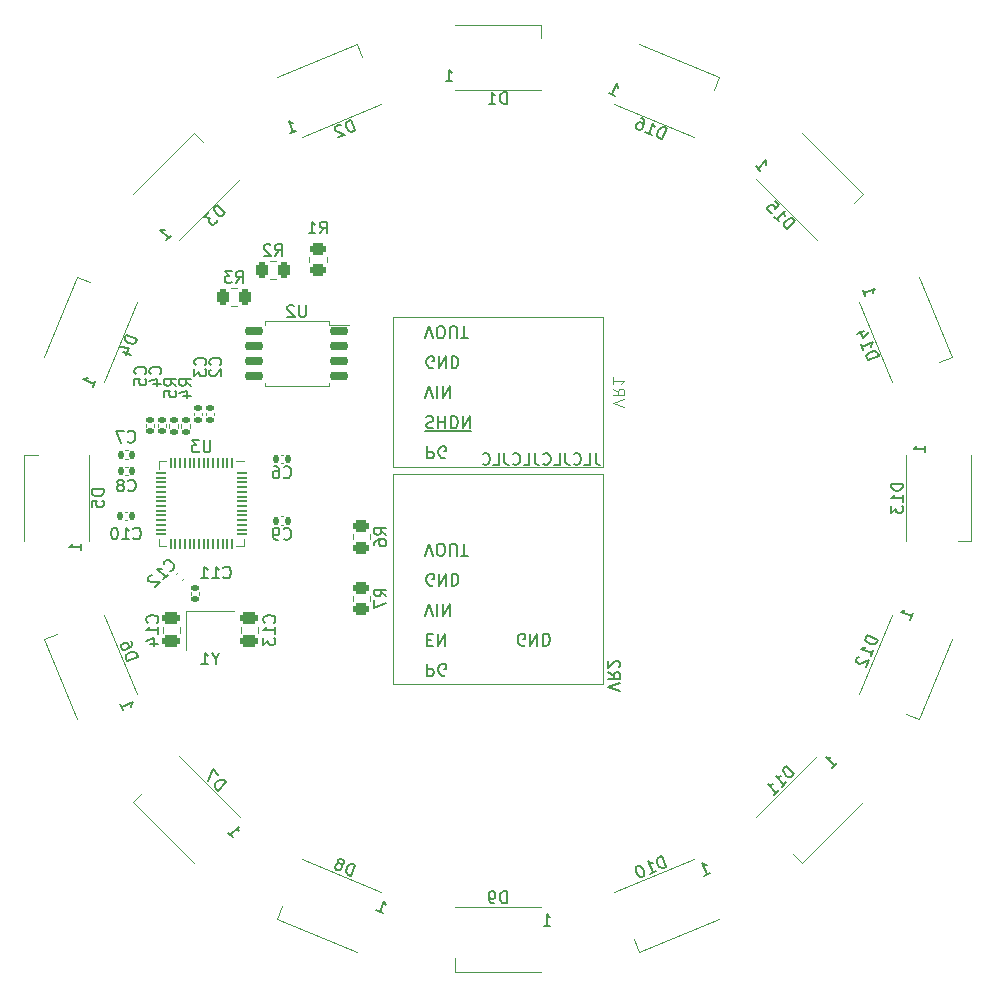
<source format=gbr>
%TF.GenerationSoftware,KiCad,Pcbnew,7.0.7*%
%TF.CreationDate,2023-08-31T16:12:03-04:00*%
%TF.ProjectId,protopico,70726f74-6f70-4696-936f-2e6b69636164,rev?*%
%TF.SameCoordinates,Original*%
%TF.FileFunction,Legend,Bot*%
%TF.FilePolarity,Positive*%
%FSLAX46Y46*%
G04 Gerber Fmt 4.6, Leading zero omitted, Abs format (unit mm)*
G04 Created by KiCad (PCBNEW 7.0.7) date 2023-08-31 16:12:03*
%MOMM*%
%LPD*%
G01*
G04 APERTURE LIST*
G04 Aperture macros list*
%AMRoundRect*
0 Rectangle with rounded corners*
0 $1 Rounding radius*
0 $2 $3 $4 $5 $6 $7 $8 $9 X,Y pos of 4 corners*
0 Add a 4 corners polygon primitive as box body*
4,1,4,$2,$3,$4,$5,$6,$7,$8,$9,$2,$3,0*
0 Add four circle primitives for the rounded corners*
1,1,$1+$1,$2,$3*
1,1,$1+$1,$4,$5*
1,1,$1+$1,$6,$7*
1,1,$1+$1,$8,$9*
0 Add four rect primitives between the rounded corners*
20,1,$1+$1,$2,$3,$4,$5,0*
20,1,$1+$1,$4,$5,$6,$7,0*
20,1,$1+$1,$6,$7,$8,$9,0*
20,1,$1+$1,$8,$9,$2,$3,0*%
%AMRotRect*
0 Rectangle, with rotation*
0 The origin of the aperture is its center*
0 $1 length*
0 $2 width*
0 $3 Rotation angle, in degrees counterclockwise*
0 Add horizontal line*
21,1,$1,$2,0,0,$3*%
G04 Aperture macros list end*
%ADD10C,0.150000*%
%ADD11C,0.152400*%
%ADD12C,0.100000*%
%ADD13C,0.120000*%
%ADD14R,1.400000X1.200000*%
%ADD15C,3.200000*%
%ADD16RotRect,1.500000X0.900000X337.500000*%
%ADD17RotRect,1.500000X0.900000X292.500000*%
%ADD18RotRect,1.500000X0.900000X45.000000*%
%ADD19RotRect,1.500000X0.900000X22.500000*%
%ADD20RotRect,1.500000X0.900000X225.000000*%
%ADD21RoundRect,0.250000X0.450000X-0.262500X0.450000X0.262500X-0.450000X0.262500X-0.450000X-0.262500X0*%
%ADD22C,1.695450*%
%ADD23R,1.695450X1.695450*%
%ADD24R,0.900000X1.500000*%
%ADD25RoundRect,0.250000X0.475000X-0.250000X0.475000X0.250000X-0.475000X0.250000X-0.475000X-0.250000X0*%
%ADD26R,1.500000X0.900000*%
%ADD27RoundRect,0.050000X0.387500X0.050000X-0.387500X0.050000X-0.387500X-0.050000X0.387500X-0.050000X0*%
%ADD28RoundRect,0.050000X0.050000X0.387500X-0.050000X0.387500X-0.050000X-0.387500X0.050000X-0.387500X0*%
%ADD29R,3.200000X3.200000*%
%ADD30RoundRect,0.140000X0.170000X-0.140000X0.170000X0.140000X-0.170000X0.140000X-0.170000X-0.140000X0*%
%ADD31RoundRect,0.140000X-0.170000X0.140000X-0.170000X-0.140000X0.170000X-0.140000X0.170000X0.140000X0*%
%ADD32RoundRect,0.135000X-0.185000X0.135000X-0.185000X-0.135000X0.185000X-0.135000X0.185000X0.135000X0*%
%ADD33RotRect,1.500000X0.900000X247.500000*%
%ADD34RoundRect,0.250000X-0.475000X0.250000X-0.475000X-0.250000X0.475000X-0.250000X0.475000X0.250000X0*%
%ADD35RoundRect,0.250000X0.262500X0.450000X-0.262500X0.450000X-0.262500X-0.450000X0.262500X-0.450000X0*%
%ADD36RotRect,1.500000X0.900000X202.500000*%
%ADD37RotRect,1.500000X0.900000X67.500000*%
%ADD38RotRect,1.500000X0.900000X112.500000*%
%ADD39RotRect,1.500000X0.900000X157.500000*%
%ADD40RoundRect,0.250000X-0.450000X0.262500X-0.450000X-0.262500X0.450000X-0.262500X0.450000X0.262500X0*%
%ADD41RoundRect,0.140000X-0.140000X-0.170000X0.140000X-0.170000X0.140000X0.170000X-0.140000X0.170000X0*%
%ADD42RotRect,1.500000X0.900000X315.000000*%
%ADD43RoundRect,0.140000X0.140000X0.170000X-0.140000X0.170000X-0.140000X-0.170000X0.140000X-0.170000X0*%
%ADD44RoundRect,0.150000X0.650000X0.150000X-0.650000X0.150000X-0.650000X-0.150000X0.650000X-0.150000X0*%
%ADD45RotRect,1.500000X0.900000X135.000000*%
%ADD46RoundRect,0.140000X-0.021213X0.219203X-0.219203X0.021213X0.021213X-0.219203X0.219203X-0.021213X0*%
G04 APERTURE END LIST*
D10*
X158127506Y-96024819D02*
X158127506Y-96739104D01*
X158127506Y-96739104D02*
X158175125Y-96881961D01*
X158175125Y-96881961D02*
X158270363Y-96977200D01*
X158270363Y-96977200D02*
X158413220Y-97024819D01*
X158413220Y-97024819D02*
X158508458Y-97024819D01*
X157175125Y-97024819D02*
X157651315Y-97024819D01*
X157651315Y-97024819D02*
X157651315Y-96024819D01*
X156270363Y-96929580D02*
X156317982Y-96977200D01*
X156317982Y-96977200D02*
X156460839Y-97024819D01*
X156460839Y-97024819D02*
X156556077Y-97024819D01*
X156556077Y-97024819D02*
X156698934Y-96977200D01*
X156698934Y-96977200D02*
X156794172Y-96881961D01*
X156794172Y-96881961D02*
X156841791Y-96786723D01*
X156841791Y-96786723D02*
X156889410Y-96596247D01*
X156889410Y-96596247D02*
X156889410Y-96453390D01*
X156889410Y-96453390D02*
X156841791Y-96262914D01*
X156841791Y-96262914D02*
X156794172Y-96167676D01*
X156794172Y-96167676D02*
X156698934Y-96072438D01*
X156698934Y-96072438D02*
X156556077Y-96024819D01*
X156556077Y-96024819D02*
X156460839Y-96024819D01*
X156460839Y-96024819D02*
X156317982Y-96072438D01*
X156317982Y-96072438D02*
X156270363Y-96120057D01*
X155556077Y-96024819D02*
X155556077Y-96739104D01*
X155556077Y-96739104D02*
X155603696Y-96881961D01*
X155603696Y-96881961D02*
X155698934Y-96977200D01*
X155698934Y-96977200D02*
X155841791Y-97024819D01*
X155841791Y-97024819D02*
X155937029Y-97024819D01*
X154603696Y-97024819D02*
X155079886Y-97024819D01*
X155079886Y-97024819D02*
X155079886Y-96024819D01*
X153698934Y-96929580D02*
X153746553Y-96977200D01*
X153746553Y-96977200D02*
X153889410Y-97024819D01*
X153889410Y-97024819D02*
X153984648Y-97024819D01*
X153984648Y-97024819D02*
X154127505Y-96977200D01*
X154127505Y-96977200D02*
X154222743Y-96881961D01*
X154222743Y-96881961D02*
X154270362Y-96786723D01*
X154270362Y-96786723D02*
X154317981Y-96596247D01*
X154317981Y-96596247D02*
X154317981Y-96453390D01*
X154317981Y-96453390D02*
X154270362Y-96262914D01*
X154270362Y-96262914D02*
X154222743Y-96167676D01*
X154222743Y-96167676D02*
X154127505Y-96072438D01*
X154127505Y-96072438D02*
X153984648Y-96024819D01*
X153984648Y-96024819D02*
X153889410Y-96024819D01*
X153889410Y-96024819D02*
X153746553Y-96072438D01*
X153746553Y-96072438D02*
X153698934Y-96120057D01*
X152984648Y-96024819D02*
X152984648Y-96739104D01*
X152984648Y-96739104D02*
X153032267Y-96881961D01*
X153032267Y-96881961D02*
X153127505Y-96977200D01*
X153127505Y-96977200D02*
X153270362Y-97024819D01*
X153270362Y-97024819D02*
X153365600Y-97024819D01*
X152032267Y-97024819D02*
X152508457Y-97024819D01*
X152508457Y-97024819D02*
X152508457Y-96024819D01*
X151127505Y-96929580D02*
X151175124Y-96977200D01*
X151175124Y-96977200D02*
X151317981Y-97024819D01*
X151317981Y-97024819D02*
X151413219Y-97024819D01*
X151413219Y-97024819D02*
X151556076Y-96977200D01*
X151556076Y-96977200D02*
X151651314Y-96881961D01*
X151651314Y-96881961D02*
X151698933Y-96786723D01*
X151698933Y-96786723D02*
X151746552Y-96596247D01*
X151746552Y-96596247D02*
X151746552Y-96453390D01*
X151746552Y-96453390D02*
X151698933Y-96262914D01*
X151698933Y-96262914D02*
X151651314Y-96167676D01*
X151651314Y-96167676D02*
X151556076Y-96072438D01*
X151556076Y-96072438D02*
X151413219Y-96024819D01*
X151413219Y-96024819D02*
X151317981Y-96024819D01*
X151317981Y-96024819D02*
X151175124Y-96072438D01*
X151175124Y-96072438D02*
X151127505Y-96120057D01*
X150413219Y-96024819D02*
X150413219Y-96739104D01*
X150413219Y-96739104D02*
X150460838Y-96881961D01*
X150460838Y-96881961D02*
X150556076Y-96977200D01*
X150556076Y-96977200D02*
X150698933Y-97024819D01*
X150698933Y-97024819D02*
X150794171Y-97024819D01*
X149460838Y-97024819D02*
X149937028Y-97024819D01*
X149937028Y-97024819D02*
X149937028Y-96024819D01*
X148556076Y-96929580D02*
X148603695Y-96977200D01*
X148603695Y-96977200D02*
X148746552Y-97024819D01*
X148746552Y-97024819D02*
X148841790Y-97024819D01*
X148841790Y-97024819D02*
X148984647Y-96977200D01*
X148984647Y-96977200D02*
X149079885Y-96881961D01*
X149079885Y-96881961D02*
X149127504Y-96786723D01*
X149127504Y-96786723D02*
X149175123Y-96596247D01*
X149175123Y-96596247D02*
X149175123Y-96453390D01*
X149175123Y-96453390D02*
X149127504Y-96262914D01*
X149127504Y-96262914D02*
X149079885Y-96167676D01*
X149079885Y-96167676D02*
X148984647Y-96072438D01*
X148984647Y-96072438D02*
X148841790Y-96024819D01*
X148841790Y-96024819D02*
X148746552Y-96024819D01*
X148746552Y-96024819D02*
X148603695Y-96072438D01*
X148603695Y-96072438D02*
X148556076Y-96120057D01*
X125952190Y-113426628D02*
X125952190Y-113902819D01*
X126285523Y-112902819D02*
X125952190Y-113426628D01*
X125952190Y-113426628D02*
X125618857Y-112902819D01*
X124761714Y-113902819D02*
X125333142Y-113902819D01*
X125047428Y-113902819D02*
X125047428Y-112902819D01*
X125047428Y-112902819D02*
X125142666Y-113045676D01*
X125142666Y-113045676D02*
X125237904Y-113140914D01*
X125237904Y-113140914D02*
X125333142Y-113188533D01*
X163757044Y-69444649D02*
X164139727Y-68520769D01*
X164139727Y-68520769D02*
X163919756Y-68429654D01*
X163919756Y-68429654D02*
X163769550Y-68418979D01*
X163769550Y-68418979D02*
X163645115Y-68470522D01*
X163645115Y-68470522D02*
X163564675Y-68540287D01*
X163564675Y-68540287D02*
X163447789Y-68698041D01*
X163447789Y-68698041D02*
X163393120Y-68830024D01*
X163393120Y-68830024D02*
X163364222Y-69024224D01*
X163364222Y-69024224D02*
X163371770Y-69130436D01*
X163371770Y-69130436D02*
X163423312Y-69254870D01*
X163423312Y-69254870D02*
X163537072Y-69353533D01*
X163537072Y-69353533D02*
X163757044Y-69444649D01*
X162349227Y-68861512D02*
X162877158Y-69080188D01*
X162613193Y-68970850D02*
X162995876Y-68046970D01*
X162995876Y-68046970D02*
X163029196Y-68215399D01*
X163029196Y-68215399D02*
X163080738Y-68339834D01*
X163080738Y-68339834D02*
X163150504Y-68420274D01*
X161940014Y-67609618D02*
X162115991Y-67682510D01*
X162115991Y-67682510D02*
X162185756Y-67762950D01*
X162185756Y-67762950D02*
X162211528Y-67825168D01*
X162211528Y-67825168D02*
X162244847Y-67993596D01*
X162244847Y-67993596D02*
X162215949Y-68187797D01*
X162215949Y-68187797D02*
X162070165Y-68539751D01*
X162070165Y-68539751D02*
X161989725Y-68609516D01*
X161989725Y-68609516D02*
X161927507Y-68635287D01*
X161927507Y-68635287D02*
X161821296Y-68642836D01*
X161821296Y-68642836D02*
X161645319Y-68569944D01*
X161645319Y-68569944D02*
X161575553Y-68489503D01*
X161575553Y-68489503D02*
X161549782Y-68427286D01*
X161549782Y-68427286D02*
X161542234Y-68321074D01*
X161542234Y-68321074D02*
X161633349Y-68101103D01*
X161633349Y-68101103D02*
X161713789Y-68031338D01*
X161713789Y-68031338D02*
X161776007Y-68005566D01*
X161776007Y-68005566D02*
X161882218Y-67998018D01*
X161882218Y-67998018D02*
X162058195Y-68070910D01*
X162058195Y-68070910D02*
X162127961Y-68151351D01*
X162127961Y-68151351D02*
X162153732Y-68213568D01*
X162153732Y-68213568D02*
X162161280Y-68319779D01*
X159264222Y-65527116D02*
X159792153Y-65745792D01*
X159528187Y-65636454D02*
X159910871Y-64712575D01*
X159910871Y-64712575D02*
X159944190Y-64881004D01*
X159944190Y-64881004D02*
X159995733Y-65005438D01*
X159995733Y-65005438D02*
X160065498Y-65085878D01*
X181166725Y-88168663D02*
X182090604Y-87785980D01*
X182090604Y-87785980D02*
X181999489Y-87566008D01*
X181999489Y-87566008D02*
X181900826Y-87452248D01*
X181900826Y-87452248D02*
X181776391Y-87400706D01*
X181776391Y-87400706D02*
X181670180Y-87393158D01*
X181670180Y-87393158D02*
X181475979Y-87422056D01*
X181475979Y-87422056D02*
X181343997Y-87476725D01*
X181343997Y-87476725D02*
X181186243Y-87593611D01*
X181186243Y-87593611D02*
X181116477Y-87674051D01*
X181116477Y-87674051D02*
X181064935Y-87798486D01*
X181064935Y-87798486D02*
X181075609Y-87948692D01*
X181075609Y-87948692D02*
X181166725Y-88168663D01*
X180583588Y-86760847D02*
X180802264Y-87288778D01*
X180692926Y-87024812D02*
X181616806Y-86642129D01*
X181616806Y-86642129D02*
X181521269Y-86784786D01*
X181521269Y-86784786D02*
X181469726Y-86909221D01*
X181469726Y-86909221D02*
X181462178Y-87015432D01*
X180871493Y-85713827D02*
X180255573Y-85968950D01*
X181314562Y-85788015D02*
X180745764Y-86281331D01*
X180745764Y-86281331D02*
X180508864Y-85709406D01*
X180759934Y-82221644D02*
X180978610Y-82749575D01*
X180869272Y-82485610D02*
X181793152Y-82102926D01*
X181793152Y-82102926D02*
X181697615Y-82245584D01*
X181697615Y-82245584D02*
X181646073Y-82370018D01*
X181646073Y-82370018D02*
X181638524Y-82476230D01*
X126776438Y-75694614D02*
X126069331Y-74987508D01*
X126069331Y-74987508D02*
X125900972Y-75155866D01*
X125900972Y-75155866D02*
X125833629Y-75290553D01*
X125833629Y-75290553D02*
X125833629Y-75425240D01*
X125833629Y-75425240D02*
X125867301Y-75526256D01*
X125867301Y-75526256D02*
X125968316Y-75694614D01*
X125968316Y-75694614D02*
X126069331Y-75795630D01*
X126069331Y-75795630D02*
X126237690Y-75896645D01*
X126237690Y-75896645D02*
X126338705Y-75930317D01*
X126338705Y-75930317D02*
X126473392Y-75930317D01*
X126473392Y-75930317D02*
X126608079Y-75862973D01*
X126608079Y-75862973D02*
X126776438Y-75694614D01*
X125429568Y-75627271D02*
X124991835Y-76065004D01*
X124991835Y-76065004D02*
X125496911Y-76098675D01*
X125496911Y-76098675D02*
X125395896Y-76199691D01*
X125395896Y-76199691D02*
X125362224Y-76300706D01*
X125362224Y-76300706D02*
X125362224Y-76368049D01*
X125362224Y-76368049D02*
X125395896Y-76469065D01*
X125395896Y-76469065D02*
X125564255Y-76637423D01*
X125564255Y-76637423D02*
X125665270Y-76671095D01*
X125665270Y-76671095D02*
X125732614Y-76671095D01*
X125732614Y-76671095D02*
X125833629Y-76637423D01*
X125833629Y-76637423D02*
X126035659Y-76435393D01*
X126035659Y-76435393D02*
X126069331Y-76334378D01*
X126069331Y-76334378D02*
X126069331Y-76267034D01*
X121774499Y-78009547D02*
X122178560Y-77605486D01*
X121976530Y-77807516D02*
X121269423Y-77100410D01*
X121269423Y-77100410D02*
X121437782Y-77134081D01*
X121437782Y-77134081D02*
X121572469Y-77134081D01*
X121572469Y-77134081D02*
X121673484Y-77100410D01*
X137766720Y-68697505D02*
X137384036Y-67773625D01*
X137384036Y-67773625D02*
X137164065Y-67864740D01*
X137164065Y-67864740D02*
X137050305Y-67963404D01*
X137050305Y-67963404D02*
X136998763Y-68087838D01*
X136998763Y-68087838D02*
X136991215Y-68194050D01*
X136991215Y-68194050D02*
X137020112Y-68388250D01*
X137020112Y-68388250D02*
X137074782Y-68520233D01*
X137074782Y-68520233D02*
X137191668Y-68677987D01*
X137191668Y-68677987D02*
X137272108Y-68747752D01*
X137272108Y-68747752D02*
X137396543Y-68799295D01*
X137396543Y-68799295D02*
X137546749Y-68788620D01*
X137546749Y-68788620D02*
X137766720Y-68697505D01*
X136540597Y-68226074D02*
X136478380Y-68200303D01*
X136478380Y-68200303D02*
X136372168Y-68192755D01*
X136372168Y-68192755D02*
X136152197Y-68283870D01*
X136152197Y-68283870D02*
X136082432Y-68364310D01*
X136082432Y-68364310D02*
X136056660Y-68426528D01*
X136056660Y-68426528D02*
X136049112Y-68532739D01*
X136049112Y-68532739D02*
X136085558Y-68620728D01*
X136085558Y-68620728D02*
X136184221Y-68734487D01*
X136184221Y-68734487D02*
X136930829Y-69043742D01*
X136930829Y-69043742D02*
X136358903Y-69280642D01*
X132259644Y-68922065D02*
X132787575Y-68703389D01*
X132523610Y-68812727D02*
X132140926Y-67888847D01*
X132140926Y-67888847D02*
X132283584Y-67984384D01*
X132283584Y-67984384D02*
X132408018Y-68035926D01*
X132408018Y-68035926D02*
X132514230Y-68043475D01*
X174967314Y-123212054D02*
X174260207Y-122504948D01*
X174260207Y-122504948D02*
X174091848Y-122673306D01*
X174091848Y-122673306D02*
X174024505Y-122807993D01*
X174024505Y-122807993D02*
X174024505Y-122942680D01*
X174024505Y-122942680D02*
X174058177Y-123043696D01*
X174058177Y-123043696D02*
X174159192Y-123212054D01*
X174159192Y-123212054D02*
X174260207Y-123313070D01*
X174260207Y-123313070D02*
X174428566Y-123414085D01*
X174428566Y-123414085D02*
X174529581Y-123447757D01*
X174529581Y-123447757D02*
X174664268Y-123447757D01*
X174664268Y-123447757D02*
X174798955Y-123380413D01*
X174798955Y-123380413D02*
X174967314Y-123212054D01*
X173889818Y-124289550D02*
X174293879Y-123885489D01*
X174091848Y-124087520D02*
X173384742Y-123380413D01*
X173384742Y-123380413D02*
X173553100Y-123414085D01*
X173553100Y-123414085D02*
X173687787Y-123414085D01*
X173687787Y-123414085D02*
X173788803Y-123380413D01*
X173216383Y-124962986D02*
X173620444Y-124558925D01*
X173418413Y-124760955D02*
X172711306Y-124053848D01*
X172711306Y-124053848D02*
X172879665Y-124087520D01*
X172879665Y-124087520D02*
X173014352Y-124087520D01*
X173014352Y-124087520D02*
X173115367Y-124053848D01*
X178184649Y-122681725D02*
X178588710Y-122277664D01*
X178386680Y-122479694D02*
X177679573Y-121772588D01*
X177679573Y-121772588D02*
X177847932Y-121806259D01*
X177847932Y-121806259D02*
X177982619Y-121806259D01*
X177982619Y-121806259D02*
X178083634Y-121772588D01*
X140407819Y-108140833D02*
X139931628Y-107807500D01*
X140407819Y-107569405D02*
X139407819Y-107569405D01*
X139407819Y-107569405D02*
X139407819Y-107950357D01*
X139407819Y-107950357D02*
X139455438Y-108045595D01*
X139455438Y-108045595D02*
X139503057Y-108093214D01*
X139503057Y-108093214D02*
X139598295Y-108140833D01*
X139598295Y-108140833D02*
X139741152Y-108140833D01*
X139741152Y-108140833D02*
X139836390Y-108093214D01*
X139836390Y-108093214D02*
X139884009Y-108045595D01*
X139884009Y-108045595D02*
X139931628Y-107950357D01*
X139931628Y-107950357D02*
X139931628Y-107569405D01*
X139407819Y-108474167D02*
X139407819Y-109140833D01*
X139407819Y-109140833D02*
X140407819Y-108712262D01*
D11*
X160192904Y-116138476D02*
X159176904Y-115799809D01*
X159176904Y-115799809D02*
X160192904Y-115461142D01*
X159176904Y-114541904D02*
X159660713Y-114880571D01*
X159176904Y-115122476D02*
X160192904Y-115122476D01*
X160192904Y-115122476D02*
X160192904Y-114735428D01*
X160192904Y-114735428D02*
X160144523Y-114638666D01*
X160144523Y-114638666D02*
X160096142Y-114590285D01*
X160096142Y-114590285D02*
X159999380Y-114541904D01*
X159999380Y-114541904D02*
X159854237Y-114541904D01*
X159854237Y-114541904D02*
X159757475Y-114590285D01*
X159757475Y-114590285D02*
X159709094Y-114638666D01*
X159709094Y-114638666D02*
X159660713Y-114735428D01*
X159660713Y-114735428D02*
X159660713Y-115122476D01*
X160096142Y-114154857D02*
X160144523Y-114106476D01*
X160144523Y-114106476D02*
X160192904Y-114009714D01*
X160192904Y-114009714D02*
X160192904Y-113767809D01*
X160192904Y-113767809D02*
X160144523Y-113671047D01*
X160144523Y-113671047D02*
X160096142Y-113622666D01*
X160096142Y-113622666D02*
X159999380Y-113574285D01*
X159999380Y-113574285D02*
X159902618Y-113574285D01*
X159902618Y-113574285D02*
X159757475Y-113622666D01*
X159757475Y-113622666D02*
X159176904Y-114203238D01*
X159176904Y-114203238D02*
X159176904Y-113574285D01*
X152133905Y-112265523D02*
X152037143Y-112313904D01*
X152037143Y-112313904D02*
X151892000Y-112313904D01*
X151892000Y-112313904D02*
X151746857Y-112265523D01*
X151746857Y-112265523D02*
X151650095Y-112168761D01*
X151650095Y-112168761D02*
X151601714Y-112071999D01*
X151601714Y-112071999D02*
X151553333Y-111878475D01*
X151553333Y-111878475D02*
X151553333Y-111733332D01*
X151553333Y-111733332D02*
X151601714Y-111539808D01*
X151601714Y-111539808D02*
X151650095Y-111443046D01*
X151650095Y-111443046D02*
X151746857Y-111346285D01*
X151746857Y-111346285D02*
X151892000Y-111297904D01*
X151892000Y-111297904D02*
X151988762Y-111297904D01*
X151988762Y-111297904D02*
X152133905Y-111346285D01*
X152133905Y-111346285D02*
X152182286Y-111394665D01*
X152182286Y-111394665D02*
X152182286Y-111733332D01*
X152182286Y-111733332D02*
X151988762Y-111733332D01*
X152617714Y-111297904D02*
X152617714Y-112313904D01*
X152617714Y-112313904D02*
X153198286Y-111297904D01*
X153198286Y-111297904D02*
X153198286Y-112313904D01*
X153682095Y-111297904D02*
X153682095Y-112313904D01*
X153682095Y-112313904D02*
X153924000Y-112313904D01*
X153924000Y-112313904D02*
X154069143Y-112265523D01*
X154069143Y-112265523D02*
X154165905Y-112168761D01*
X154165905Y-112168761D02*
X154214286Y-112071999D01*
X154214286Y-112071999D02*
X154262667Y-111878475D01*
X154262667Y-111878475D02*
X154262667Y-111733332D01*
X154262667Y-111733332D02*
X154214286Y-111539808D01*
X154214286Y-111539808D02*
X154165905Y-111443046D01*
X154165905Y-111443046D02*
X154069143Y-111346285D01*
X154069143Y-111346285D02*
X153924000Y-111297904D01*
X153924000Y-111297904D02*
X153682095Y-111297904D01*
X143707024Y-104693904D02*
X144045691Y-103677904D01*
X144045691Y-103677904D02*
X144384358Y-104693904D01*
X144916548Y-104693904D02*
X145110072Y-104693904D01*
X145110072Y-104693904D02*
X145206834Y-104645523D01*
X145206834Y-104645523D02*
X145303596Y-104548761D01*
X145303596Y-104548761D02*
X145351977Y-104355237D01*
X145351977Y-104355237D02*
X145351977Y-104016570D01*
X145351977Y-104016570D02*
X145303596Y-103823046D01*
X145303596Y-103823046D02*
X145206834Y-103726285D01*
X145206834Y-103726285D02*
X145110072Y-103677904D01*
X145110072Y-103677904D02*
X144916548Y-103677904D01*
X144916548Y-103677904D02*
X144819786Y-103726285D01*
X144819786Y-103726285D02*
X144723024Y-103823046D01*
X144723024Y-103823046D02*
X144674643Y-104016570D01*
X144674643Y-104016570D02*
X144674643Y-104355237D01*
X144674643Y-104355237D02*
X144723024Y-104548761D01*
X144723024Y-104548761D02*
X144819786Y-104645523D01*
X144819786Y-104645523D02*
X144916548Y-104693904D01*
X145787405Y-104693904D02*
X145787405Y-103871427D01*
X145787405Y-103871427D02*
X145835786Y-103774665D01*
X145835786Y-103774665D02*
X145884167Y-103726285D01*
X145884167Y-103726285D02*
X145980929Y-103677904D01*
X145980929Y-103677904D02*
X146174453Y-103677904D01*
X146174453Y-103677904D02*
X146271215Y-103726285D01*
X146271215Y-103726285D02*
X146319596Y-103774665D01*
X146319596Y-103774665D02*
X146367977Y-103871427D01*
X146367977Y-103871427D02*
X146367977Y-104693904D01*
X146706643Y-104693904D02*
X147287215Y-104693904D01*
X146996929Y-103677904D02*
X146996929Y-104693904D01*
X143852167Y-111830094D02*
X144190834Y-111830094D01*
X144335977Y-111297904D02*
X143852167Y-111297904D01*
X143852167Y-111297904D02*
X143852167Y-112313904D01*
X143852167Y-112313904D02*
X144335977Y-112313904D01*
X144771405Y-111297904D02*
X144771405Y-112313904D01*
X144771405Y-112313904D02*
X145351977Y-111297904D01*
X145351977Y-111297904D02*
X145351977Y-112313904D01*
X144384358Y-107185523D02*
X144287596Y-107233904D01*
X144287596Y-107233904D02*
X144142453Y-107233904D01*
X144142453Y-107233904D02*
X143997310Y-107185523D01*
X143997310Y-107185523D02*
X143900548Y-107088761D01*
X143900548Y-107088761D02*
X143852167Y-106991999D01*
X143852167Y-106991999D02*
X143803786Y-106798475D01*
X143803786Y-106798475D02*
X143803786Y-106653332D01*
X143803786Y-106653332D02*
X143852167Y-106459808D01*
X143852167Y-106459808D02*
X143900548Y-106363046D01*
X143900548Y-106363046D02*
X143997310Y-106266285D01*
X143997310Y-106266285D02*
X144142453Y-106217904D01*
X144142453Y-106217904D02*
X144239215Y-106217904D01*
X144239215Y-106217904D02*
X144384358Y-106266285D01*
X144384358Y-106266285D02*
X144432739Y-106314665D01*
X144432739Y-106314665D02*
X144432739Y-106653332D01*
X144432739Y-106653332D02*
X144239215Y-106653332D01*
X144868167Y-106217904D02*
X144868167Y-107233904D01*
X144868167Y-107233904D02*
X145448739Y-106217904D01*
X145448739Y-106217904D02*
X145448739Y-107233904D01*
X145932548Y-106217904D02*
X145932548Y-107233904D01*
X145932548Y-107233904D02*
X146174453Y-107233904D01*
X146174453Y-107233904D02*
X146319596Y-107185523D01*
X146319596Y-107185523D02*
X146416358Y-107088761D01*
X146416358Y-107088761D02*
X146464739Y-106991999D01*
X146464739Y-106991999D02*
X146513120Y-106798475D01*
X146513120Y-106798475D02*
X146513120Y-106653332D01*
X146513120Y-106653332D02*
X146464739Y-106459808D01*
X146464739Y-106459808D02*
X146416358Y-106363046D01*
X146416358Y-106363046D02*
X146319596Y-106266285D01*
X146319596Y-106266285D02*
X146174453Y-106217904D01*
X146174453Y-106217904D02*
X145932548Y-106217904D01*
X143707024Y-109773904D02*
X144045691Y-108757904D01*
X144045691Y-108757904D02*
X144384358Y-109773904D01*
X144723024Y-108757904D02*
X144723024Y-109773904D01*
X145206834Y-108757904D02*
X145206834Y-109773904D01*
X145206834Y-109773904D02*
X145787406Y-108757904D01*
X145787406Y-108757904D02*
X145787406Y-109773904D01*
X143852167Y-113837904D02*
X143852167Y-114853904D01*
X143852167Y-114853904D02*
X144239215Y-114853904D01*
X144239215Y-114853904D02*
X144335977Y-114805523D01*
X144335977Y-114805523D02*
X144384358Y-114757142D01*
X144384358Y-114757142D02*
X144432739Y-114660380D01*
X144432739Y-114660380D02*
X144432739Y-114515237D01*
X144432739Y-114515237D02*
X144384358Y-114418475D01*
X144384358Y-114418475D02*
X144335977Y-114370094D01*
X144335977Y-114370094D02*
X144239215Y-114321713D01*
X144239215Y-114321713D02*
X143852167Y-114321713D01*
X145400358Y-114805523D02*
X145303596Y-114853904D01*
X145303596Y-114853904D02*
X145158453Y-114853904D01*
X145158453Y-114853904D02*
X145013310Y-114805523D01*
X145013310Y-114805523D02*
X144916548Y-114708761D01*
X144916548Y-114708761D02*
X144868167Y-114611999D01*
X144868167Y-114611999D02*
X144819786Y-114418475D01*
X144819786Y-114418475D02*
X144819786Y-114273332D01*
X144819786Y-114273332D02*
X144868167Y-114079808D01*
X144868167Y-114079808D02*
X144916548Y-113983046D01*
X144916548Y-113983046D02*
X145013310Y-113886285D01*
X145013310Y-113886285D02*
X145158453Y-113837904D01*
X145158453Y-113837904D02*
X145255215Y-113837904D01*
X145255215Y-113837904D02*
X145400358Y-113886285D01*
X145400358Y-113886285D02*
X145448739Y-113934665D01*
X145448739Y-113934665D02*
X145448739Y-114273332D01*
X145448739Y-114273332D02*
X145255215Y-114273332D01*
D10*
X116476819Y-99083905D02*
X115476819Y-99083905D01*
X115476819Y-99083905D02*
X115476819Y-99322000D01*
X115476819Y-99322000D02*
X115524438Y-99464857D01*
X115524438Y-99464857D02*
X115619676Y-99560095D01*
X115619676Y-99560095D02*
X115714914Y-99607714D01*
X115714914Y-99607714D02*
X115905390Y-99655333D01*
X115905390Y-99655333D02*
X116048247Y-99655333D01*
X116048247Y-99655333D02*
X116238723Y-99607714D01*
X116238723Y-99607714D02*
X116333961Y-99560095D01*
X116333961Y-99560095D02*
X116429200Y-99464857D01*
X116429200Y-99464857D02*
X116476819Y-99322000D01*
X116476819Y-99322000D02*
X116476819Y-99083905D01*
X115476819Y-100560095D02*
X115476819Y-100083905D01*
X115476819Y-100083905D02*
X115953009Y-100036286D01*
X115953009Y-100036286D02*
X115905390Y-100083905D01*
X115905390Y-100083905D02*
X115857771Y-100179143D01*
X115857771Y-100179143D02*
X115857771Y-100417238D01*
X115857771Y-100417238D02*
X115905390Y-100512476D01*
X115905390Y-100512476D02*
X115953009Y-100560095D01*
X115953009Y-100560095D02*
X116048247Y-100607714D01*
X116048247Y-100607714D02*
X116286342Y-100607714D01*
X116286342Y-100607714D02*
X116381580Y-100560095D01*
X116381580Y-100560095D02*
X116429200Y-100512476D01*
X116429200Y-100512476D02*
X116476819Y-100417238D01*
X116476819Y-100417238D02*
X116476819Y-100179143D01*
X116476819Y-100179143D02*
X116429200Y-100083905D01*
X116429200Y-100083905D02*
X116381580Y-100036286D01*
X114576819Y-104257714D02*
X114576819Y-103686286D01*
X114576819Y-103972000D02*
X113576819Y-103972000D01*
X113576819Y-103972000D02*
X113719676Y-103876762D01*
X113719676Y-103876762D02*
X113814914Y-103781524D01*
X113814914Y-103781524D02*
X113862533Y-103686286D01*
X121009580Y-110355142D02*
X121057200Y-110307523D01*
X121057200Y-110307523D02*
X121104819Y-110164666D01*
X121104819Y-110164666D02*
X121104819Y-110069428D01*
X121104819Y-110069428D02*
X121057200Y-109926571D01*
X121057200Y-109926571D02*
X120961961Y-109831333D01*
X120961961Y-109831333D02*
X120866723Y-109783714D01*
X120866723Y-109783714D02*
X120676247Y-109736095D01*
X120676247Y-109736095D02*
X120533390Y-109736095D01*
X120533390Y-109736095D02*
X120342914Y-109783714D01*
X120342914Y-109783714D02*
X120247676Y-109831333D01*
X120247676Y-109831333D02*
X120152438Y-109926571D01*
X120152438Y-109926571D02*
X120104819Y-110069428D01*
X120104819Y-110069428D02*
X120104819Y-110164666D01*
X120104819Y-110164666D02*
X120152438Y-110307523D01*
X120152438Y-110307523D02*
X120200057Y-110355142D01*
X121104819Y-111307523D02*
X121104819Y-110736095D01*
X121104819Y-111021809D02*
X120104819Y-111021809D01*
X120104819Y-111021809D02*
X120247676Y-110926571D01*
X120247676Y-110926571D02*
X120342914Y-110831333D01*
X120342914Y-110831333D02*
X120390533Y-110736095D01*
X120438152Y-112164666D02*
X121104819Y-112164666D01*
X120057200Y-111926571D02*
X120771485Y-111688476D01*
X120771485Y-111688476D02*
X120771485Y-112307523D01*
D12*
X160562580Y-92114523D02*
X159562580Y-91781190D01*
X159562580Y-91781190D02*
X160562580Y-91447857D01*
X159562580Y-90543095D02*
X160038771Y-90876428D01*
X159562580Y-91114523D02*
X160562580Y-91114523D01*
X160562580Y-91114523D02*
X160562580Y-90733571D01*
X160562580Y-90733571D02*
X160514961Y-90638333D01*
X160514961Y-90638333D02*
X160467342Y-90590714D01*
X160467342Y-90590714D02*
X160372104Y-90543095D01*
X160372104Y-90543095D02*
X160229247Y-90543095D01*
X160229247Y-90543095D02*
X160134009Y-90590714D01*
X160134009Y-90590714D02*
X160086390Y-90638333D01*
X160086390Y-90638333D02*
X160038771Y-90733571D01*
X160038771Y-90733571D02*
X160038771Y-91114523D01*
X159562580Y-89590714D02*
X159562580Y-90162142D01*
X159562580Y-89876428D02*
X160562580Y-89876428D01*
X160562580Y-89876428D02*
X160419723Y-89971666D01*
X160419723Y-89971666D02*
X160324485Y-90066904D01*
X160324485Y-90066904D02*
X160276866Y-90162142D01*
D11*
X144384358Y-88770523D02*
X144287596Y-88818904D01*
X144287596Y-88818904D02*
X144142453Y-88818904D01*
X144142453Y-88818904D02*
X143997310Y-88770523D01*
X143997310Y-88770523D02*
X143900548Y-88673761D01*
X143900548Y-88673761D02*
X143852167Y-88576999D01*
X143852167Y-88576999D02*
X143803786Y-88383475D01*
X143803786Y-88383475D02*
X143803786Y-88238332D01*
X143803786Y-88238332D02*
X143852167Y-88044808D01*
X143852167Y-88044808D02*
X143900548Y-87948046D01*
X143900548Y-87948046D02*
X143997310Y-87851285D01*
X143997310Y-87851285D02*
X144142453Y-87802904D01*
X144142453Y-87802904D02*
X144239215Y-87802904D01*
X144239215Y-87802904D02*
X144384358Y-87851285D01*
X144384358Y-87851285D02*
X144432739Y-87899665D01*
X144432739Y-87899665D02*
X144432739Y-88238332D01*
X144432739Y-88238332D02*
X144239215Y-88238332D01*
X144868167Y-87802904D02*
X144868167Y-88818904D01*
X144868167Y-88818904D02*
X145448739Y-87802904D01*
X145448739Y-87802904D02*
X145448739Y-88818904D01*
X145932548Y-87802904D02*
X145932548Y-88818904D01*
X145932548Y-88818904D02*
X146174453Y-88818904D01*
X146174453Y-88818904D02*
X146319596Y-88770523D01*
X146319596Y-88770523D02*
X146416358Y-88673761D01*
X146416358Y-88673761D02*
X146464739Y-88576999D01*
X146464739Y-88576999D02*
X146513120Y-88383475D01*
X146513120Y-88383475D02*
X146513120Y-88238332D01*
X146513120Y-88238332D02*
X146464739Y-88044808D01*
X146464739Y-88044808D02*
X146416358Y-87948046D01*
X146416358Y-87948046D02*
X146319596Y-87851285D01*
X146319596Y-87851285D02*
X146174453Y-87802904D01*
X146174453Y-87802904D02*
X145932548Y-87802904D01*
X143707024Y-86278904D02*
X144045691Y-85262904D01*
X144045691Y-85262904D02*
X144384358Y-86278904D01*
X144916548Y-86278904D02*
X145110072Y-86278904D01*
X145110072Y-86278904D02*
X145206834Y-86230523D01*
X145206834Y-86230523D02*
X145303596Y-86133761D01*
X145303596Y-86133761D02*
X145351977Y-85940237D01*
X145351977Y-85940237D02*
X145351977Y-85601570D01*
X145351977Y-85601570D02*
X145303596Y-85408046D01*
X145303596Y-85408046D02*
X145206834Y-85311285D01*
X145206834Y-85311285D02*
X145110072Y-85262904D01*
X145110072Y-85262904D02*
X144916548Y-85262904D01*
X144916548Y-85262904D02*
X144819786Y-85311285D01*
X144819786Y-85311285D02*
X144723024Y-85408046D01*
X144723024Y-85408046D02*
X144674643Y-85601570D01*
X144674643Y-85601570D02*
X144674643Y-85940237D01*
X144674643Y-85940237D02*
X144723024Y-86133761D01*
X144723024Y-86133761D02*
X144819786Y-86230523D01*
X144819786Y-86230523D02*
X144916548Y-86278904D01*
X145787405Y-86278904D02*
X145787405Y-85456427D01*
X145787405Y-85456427D02*
X145835786Y-85359665D01*
X145835786Y-85359665D02*
X145884167Y-85311285D01*
X145884167Y-85311285D02*
X145980929Y-85262904D01*
X145980929Y-85262904D02*
X146174453Y-85262904D01*
X146174453Y-85262904D02*
X146271215Y-85311285D01*
X146271215Y-85311285D02*
X146319596Y-85359665D01*
X146319596Y-85359665D02*
X146367977Y-85456427D01*
X146367977Y-85456427D02*
X146367977Y-86278904D01*
X146706643Y-86278904D02*
X147287215Y-86278904D01*
X146996929Y-85262904D02*
X146996929Y-86278904D01*
X143852167Y-95422904D02*
X143852167Y-96438904D01*
X143852167Y-96438904D02*
X144239215Y-96438904D01*
X144239215Y-96438904D02*
X144335977Y-96390523D01*
X144335977Y-96390523D02*
X144384358Y-96342142D01*
X144384358Y-96342142D02*
X144432739Y-96245380D01*
X144432739Y-96245380D02*
X144432739Y-96100237D01*
X144432739Y-96100237D02*
X144384358Y-96003475D01*
X144384358Y-96003475D02*
X144335977Y-95955094D01*
X144335977Y-95955094D02*
X144239215Y-95906713D01*
X144239215Y-95906713D02*
X143852167Y-95906713D01*
X145400358Y-96390523D02*
X145303596Y-96438904D01*
X145303596Y-96438904D02*
X145158453Y-96438904D01*
X145158453Y-96438904D02*
X145013310Y-96390523D01*
X145013310Y-96390523D02*
X144916548Y-96293761D01*
X144916548Y-96293761D02*
X144868167Y-96196999D01*
X144868167Y-96196999D02*
X144819786Y-96003475D01*
X144819786Y-96003475D02*
X144819786Y-95858332D01*
X144819786Y-95858332D02*
X144868167Y-95664808D01*
X144868167Y-95664808D02*
X144916548Y-95568046D01*
X144916548Y-95568046D02*
X145013310Y-95471285D01*
X145013310Y-95471285D02*
X145158453Y-95422904D01*
X145158453Y-95422904D02*
X145255215Y-95422904D01*
X145255215Y-95422904D02*
X145400358Y-95471285D01*
X145400358Y-95471285D02*
X145448739Y-95519665D01*
X145448739Y-95519665D02*
X145448739Y-95858332D01*
X145448739Y-95858332D02*
X145255215Y-95858332D01*
X143707024Y-91358904D02*
X144045691Y-90342904D01*
X144045691Y-90342904D02*
X144384358Y-91358904D01*
X144723024Y-90342904D02*
X144723024Y-91358904D01*
X145206834Y-90342904D02*
X145206834Y-91358904D01*
X145206834Y-91358904D02*
X145787406Y-90342904D01*
X145787406Y-90342904D02*
X145787406Y-91358904D01*
X143803786Y-92931285D02*
X143948929Y-92882904D01*
X143948929Y-92882904D02*
X144190834Y-92882904D01*
X144190834Y-92882904D02*
X144287596Y-92931285D01*
X144287596Y-92931285D02*
X144335977Y-92979665D01*
X144335977Y-92979665D02*
X144384358Y-93076427D01*
X144384358Y-93076427D02*
X144384358Y-93173189D01*
X144384358Y-93173189D02*
X144335977Y-93269951D01*
X144335977Y-93269951D02*
X144287596Y-93318332D01*
X144287596Y-93318332D02*
X144190834Y-93366713D01*
X144190834Y-93366713D02*
X143997310Y-93415094D01*
X143997310Y-93415094D02*
X143900548Y-93463475D01*
X143900548Y-93463475D02*
X143852167Y-93511856D01*
X143852167Y-93511856D02*
X143803786Y-93608618D01*
X143803786Y-93608618D02*
X143803786Y-93705380D01*
X143803786Y-93705380D02*
X143852167Y-93802142D01*
X143852167Y-93802142D02*
X143900548Y-93850523D01*
X143900548Y-93850523D02*
X143997310Y-93898904D01*
X143997310Y-93898904D02*
X144239215Y-93898904D01*
X144239215Y-93898904D02*
X144384358Y-93850523D01*
X144819786Y-92882904D02*
X144819786Y-93898904D01*
X144819786Y-93415094D02*
X145400358Y-93415094D01*
X145400358Y-92882904D02*
X145400358Y-93898904D01*
X145884167Y-92882904D02*
X145884167Y-93898904D01*
X145884167Y-93898904D02*
X146126072Y-93898904D01*
X146126072Y-93898904D02*
X146271215Y-93850523D01*
X146271215Y-93850523D02*
X146367977Y-93753761D01*
X146367977Y-93753761D02*
X146416358Y-93656999D01*
X146416358Y-93656999D02*
X146464739Y-93463475D01*
X146464739Y-93463475D02*
X146464739Y-93318332D01*
X146464739Y-93318332D02*
X146416358Y-93124808D01*
X146416358Y-93124808D02*
X146367977Y-93028046D01*
X146367977Y-93028046D02*
X146271215Y-92931285D01*
X146271215Y-92931285D02*
X146126072Y-92882904D01*
X146126072Y-92882904D02*
X145884167Y-92882904D01*
X146900167Y-92882904D02*
X146900167Y-93898904D01*
X146900167Y-93898904D02*
X147480739Y-92882904D01*
X147480739Y-92882904D02*
X147480739Y-93898904D01*
X143711863Y-94180965D02*
X147621044Y-94180965D01*
D10*
X150598094Y-66438819D02*
X150598094Y-65438819D01*
X150598094Y-65438819D02*
X150359999Y-65438819D01*
X150359999Y-65438819D02*
X150217142Y-65486438D01*
X150217142Y-65486438D02*
X150121904Y-65581676D01*
X150121904Y-65581676D02*
X150074285Y-65676914D01*
X150074285Y-65676914D02*
X150026666Y-65867390D01*
X150026666Y-65867390D02*
X150026666Y-66010247D01*
X150026666Y-66010247D02*
X150074285Y-66200723D01*
X150074285Y-66200723D02*
X150121904Y-66295961D01*
X150121904Y-66295961D02*
X150217142Y-66391200D01*
X150217142Y-66391200D02*
X150359999Y-66438819D01*
X150359999Y-66438819D02*
X150598094Y-66438819D01*
X149074285Y-66438819D02*
X149645713Y-66438819D01*
X149359999Y-66438819D02*
X149359999Y-65438819D01*
X149359999Y-65438819D02*
X149455237Y-65581676D01*
X149455237Y-65581676D02*
X149550475Y-65676914D01*
X149550475Y-65676914D02*
X149645713Y-65724533D01*
X145424285Y-64538819D02*
X145995713Y-64538819D01*
X145709999Y-64538819D02*
X145709999Y-63538819D01*
X145709999Y-63538819D02*
X145805237Y-63681676D01*
X145805237Y-63681676D02*
X145900475Y-63776914D01*
X145900475Y-63776914D02*
X145995713Y-63824533D01*
X125513904Y-94926819D02*
X125513904Y-95736342D01*
X125513904Y-95736342D02*
X125466285Y-95831580D01*
X125466285Y-95831580D02*
X125418666Y-95879200D01*
X125418666Y-95879200D02*
X125323428Y-95926819D01*
X125323428Y-95926819D02*
X125132952Y-95926819D01*
X125132952Y-95926819D02*
X125037714Y-95879200D01*
X125037714Y-95879200D02*
X124990095Y-95831580D01*
X124990095Y-95831580D02*
X124942476Y-95736342D01*
X124942476Y-95736342D02*
X124942476Y-94926819D01*
X124561523Y-94926819D02*
X123942476Y-94926819D01*
X123942476Y-94926819D02*
X124275809Y-95307771D01*
X124275809Y-95307771D02*
X124132952Y-95307771D01*
X124132952Y-95307771D02*
X124037714Y-95355390D01*
X124037714Y-95355390D02*
X123990095Y-95403009D01*
X123990095Y-95403009D02*
X123942476Y-95498247D01*
X123942476Y-95498247D02*
X123942476Y-95736342D01*
X123942476Y-95736342D02*
X123990095Y-95831580D01*
X123990095Y-95831580D02*
X124037714Y-95879200D01*
X124037714Y-95879200D02*
X124132952Y-95926819D01*
X124132952Y-95926819D02*
X124418666Y-95926819D01*
X124418666Y-95926819D02*
X124513904Y-95879200D01*
X124513904Y-95879200D02*
X124561523Y-95831580D01*
X184152819Y-98607714D02*
X183152819Y-98607714D01*
X183152819Y-98607714D02*
X183152819Y-98845809D01*
X183152819Y-98845809D02*
X183200438Y-98988666D01*
X183200438Y-98988666D02*
X183295676Y-99083904D01*
X183295676Y-99083904D02*
X183390914Y-99131523D01*
X183390914Y-99131523D02*
X183581390Y-99179142D01*
X183581390Y-99179142D02*
X183724247Y-99179142D01*
X183724247Y-99179142D02*
X183914723Y-99131523D01*
X183914723Y-99131523D02*
X184009961Y-99083904D01*
X184009961Y-99083904D02*
X184105200Y-98988666D01*
X184105200Y-98988666D02*
X184152819Y-98845809D01*
X184152819Y-98845809D02*
X184152819Y-98607714D01*
X184152819Y-100131523D02*
X184152819Y-99560095D01*
X184152819Y-99845809D02*
X183152819Y-99845809D01*
X183152819Y-99845809D02*
X183295676Y-99750571D01*
X183295676Y-99750571D02*
X183390914Y-99655333D01*
X183390914Y-99655333D02*
X183438533Y-99560095D01*
X183152819Y-100464857D02*
X183152819Y-101083904D01*
X183152819Y-101083904D02*
X183533771Y-100750571D01*
X183533771Y-100750571D02*
X183533771Y-100893428D01*
X183533771Y-100893428D02*
X183581390Y-100988666D01*
X183581390Y-100988666D02*
X183629009Y-101036285D01*
X183629009Y-101036285D02*
X183724247Y-101083904D01*
X183724247Y-101083904D02*
X183962342Y-101083904D01*
X183962342Y-101083904D02*
X184057580Y-101036285D01*
X184057580Y-101036285D02*
X184105200Y-100988666D01*
X184105200Y-100988666D02*
X184152819Y-100893428D01*
X184152819Y-100893428D02*
X184152819Y-100607714D01*
X184152819Y-100607714D02*
X184105200Y-100512476D01*
X184105200Y-100512476D02*
X184057580Y-100464857D01*
X186052819Y-95957714D02*
X186052819Y-95386286D01*
X186052819Y-95672000D02*
X185052819Y-95672000D01*
X185052819Y-95672000D02*
X185195676Y-95576762D01*
X185195676Y-95576762D02*
X185290914Y-95481524D01*
X185290914Y-95481524D02*
X185338533Y-95386286D01*
X125073580Y-88538207D02*
X125121200Y-88490588D01*
X125121200Y-88490588D02*
X125168819Y-88347731D01*
X125168819Y-88347731D02*
X125168819Y-88252493D01*
X125168819Y-88252493D02*
X125121200Y-88109636D01*
X125121200Y-88109636D02*
X125025961Y-88014398D01*
X125025961Y-88014398D02*
X124930723Y-87966779D01*
X124930723Y-87966779D02*
X124740247Y-87919160D01*
X124740247Y-87919160D02*
X124597390Y-87919160D01*
X124597390Y-87919160D02*
X124406914Y-87966779D01*
X124406914Y-87966779D02*
X124311676Y-88014398D01*
X124311676Y-88014398D02*
X124216438Y-88109636D01*
X124216438Y-88109636D02*
X124168819Y-88252493D01*
X124168819Y-88252493D02*
X124168819Y-88347731D01*
X124168819Y-88347731D02*
X124216438Y-88490588D01*
X124216438Y-88490588D02*
X124264057Y-88538207D01*
X124168819Y-88871541D02*
X124168819Y-89490588D01*
X124168819Y-89490588D02*
X124549771Y-89157255D01*
X124549771Y-89157255D02*
X124549771Y-89300112D01*
X124549771Y-89300112D02*
X124597390Y-89395350D01*
X124597390Y-89395350D02*
X124645009Y-89442969D01*
X124645009Y-89442969D02*
X124740247Y-89490588D01*
X124740247Y-89490588D02*
X124978342Y-89490588D01*
X124978342Y-89490588D02*
X125073580Y-89442969D01*
X125073580Y-89442969D02*
X125121200Y-89395350D01*
X125121200Y-89395350D02*
X125168819Y-89300112D01*
X125168819Y-89300112D02*
X125168819Y-89014398D01*
X125168819Y-89014398D02*
X125121200Y-88919160D01*
X125121200Y-88919160D02*
X125073580Y-88871541D01*
D11*
X121269334Y-89314739D02*
X121317715Y-89266358D01*
X121317715Y-89266358D02*
X121366095Y-89121215D01*
X121366095Y-89121215D02*
X121366095Y-89024453D01*
X121366095Y-89024453D02*
X121317715Y-88879310D01*
X121317715Y-88879310D02*
X121220953Y-88782548D01*
X121220953Y-88782548D02*
X121124191Y-88734167D01*
X121124191Y-88734167D02*
X120930667Y-88685786D01*
X120930667Y-88685786D02*
X120785524Y-88685786D01*
X120785524Y-88685786D02*
X120592000Y-88734167D01*
X120592000Y-88734167D02*
X120495238Y-88782548D01*
X120495238Y-88782548D02*
X120398476Y-88879310D01*
X120398476Y-88879310D02*
X120350095Y-89024453D01*
X120350095Y-89024453D02*
X120350095Y-89121215D01*
X120350095Y-89121215D02*
X120398476Y-89266358D01*
X120398476Y-89266358D02*
X120446857Y-89314739D01*
X120688762Y-90185596D02*
X121366095Y-90185596D01*
X120301715Y-89943691D02*
X121027429Y-89701786D01*
X121027429Y-89701786D02*
X121027429Y-90330739D01*
D10*
X126626857Y-106531580D02*
X126674476Y-106579200D01*
X126674476Y-106579200D02*
X126817333Y-106626819D01*
X126817333Y-106626819D02*
X126912571Y-106626819D01*
X126912571Y-106626819D02*
X127055428Y-106579200D01*
X127055428Y-106579200D02*
X127150666Y-106483961D01*
X127150666Y-106483961D02*
X127198285Y-106388723D01*
X127198285Y-106388723D02*
X127245904Y-106198247D01*
X127245904Y-106198247D02*
X127245904Y-106055390D01*
X127245904Y-106055390D02*
X127198285Y-105864914D01*
X127198285Y-105864914D02*
X127150666Y-105769676D01*
X127150666Y-105769676D02*
X127055428Y-105674438D01*
X127055428Y-105674438D02*
X126912571Y-105626819D01*
X126912571Y-105626819D02*
X126817333Y-105626819D01*
X126817333Y-105626819D02*
X126674476Y-105674438D01*
X126674476Y-105674438D02*
X126626857Y-105722057D01*
X125674476Y-106626819D02*
X126245904Y-106626819D01*
X125960190Y-106626819D02*
X125960190Y-105626819D01*
X125960190Y-105626819D02*
X126055428Y-105769676D01*
X126055428Y-105769676D02*
X126150666Y-105864914D01*
X126150666Y-105864914D02*
X126245904Y-105912533D01*
X124722095Y-106626819D02*
X125293523Y-106626819D01*
X125007809Y-106626819D02*
X125007809Y-105626819D01*
X125007809Y-105626819D02*
X125103047Y-105769676D01*
X125103047Y-105769676D02*
X125198285Y-105864914D01*
X125198285Y-105864914D02*
X125293523Y-105912533D01*
X150598094Y-134114819D02*
X150598094Y-133114819D01*
X150598094Y-133114819D02*
X150359999Y-133114819D01*
X150359999Y-133114819D02*
X150217142Y-133162438D01*
X150217142Y-133162438D02*
X150121904Y-133257676D01*
X150121904Y-133257676D02*
X150074285Y-133352914D01*
X150074285Y-133352914D02*
X150026666Y-133543390D01*
X150026666Y-133543390D02*
X150026666Y-133686247D01*
X150026666Y-133686247D02*
X150074285Y-133876723D01*
X150074285Y-133876723D02*
X150121904Y-133971961D01*
X150121904Y-133971961D02*
X150217142Y-134067200D01*
X150217142Y-134067200D02*
X150359999Y-134114819D01*
X150359999Y-134114819D02*
X150598094Y-134114819D01*
X149550475Y-134114819D02*
X149359999Y-134114819D01*
X149359999Y-134114819D02*
X149264761Y-134067200D01*
X149264761Y-134067200D02*
X149217142Y-134019580D01*
X149217142Y-134019580D02*
X149121904Y-133876723D01*
X149121904Y-133876723D02*
X149074285Y-133686247D01*
X149074285Y-133686247D02*
X149074285Y-133305295D01*
X149074285Y-133305295D02*
X149121904Y-133210057D01*
X149121904Y-133210057D02*
X149169523Y-133162438D01*
X149169523Y-133162438D02*
X149264761Y-133114819D01*
X149264761Y-133114819D02*
X149455237Y-133114819D01*
X149455237Y-133114819D02*
X149550475Y-133162438D01*
X149550475Y-133162438D02*
X149598094Y-133210057D01*
X149598094Y-133210057D02*
X149645713Y-133305295D01*
X149645713Y-133305295D02*
X149645713Y-133543390D01*
X149645713Y-133543390D02*
X149598094Y-133638628D01*
X149598094Y-133638628D02*
X149550475Y-133686247D01*
X149550475Y-133686247D02*
X149455237Y-133733866D01*
X149455237Y-133733866D02*
X149264761Y-133733866D01*
X149264761Y-133733866D02*
X149169523Y-133686247D01*
X149169523Y-133686247D02*
X149121904Y-133638628D01*
X149121904Y-133638628D02*
X149074285Y-133543390D01*
X153724285Y-136014819D02*
X154295713Y-136014819D01*
X154009999Y-136014819D02*
X154009999Y-135014819D01*
X154009999Y-135014819D02*
X154105237Y-135157676D01*
X154105237Y-135157676D02*
X154200475Y-135252914D01*
X154200475Y-135252914D02*
X154295713Y-135300533D01*
D11*
X122636095Y-90330739D02*
X122152286Y-89992072D01*
X122636095Y-89750167D02*
X121620095Y-89750167D01*
X121620095Y-89750167D02*
X121620095Y-90137215D01*
X121620095Y-90137215D02*
X121668476Y-90233977D01*
X121668476Y-90233977D02*
X121716857Y-90282358D01*
X121716857Y-90282358D02*
X121813619Y-90330739D01*
X121813619Y-90330739D02*
X121958762Y-90330739D01*
X121958762Y-90330739D02*
X122055524Y-90282358D01*
X122055524Y-90282358D02*
X122103905Y-90233977D01*
X122103905Y-90233977D02*
X122152286Y-90137215D01*
X122152286Y-90137215D02*
X122152286Y-89750167D01*
X121620095Y-91249977D02*
X121620095Y-90766167D01*
X121620095Y-90766167D02*
X122103905Y-90717786D01*
X122103905Y-90717786D02*
X122055524Y-90766167D01*
X122055524Y-90766167D02*
X122007143Y-90862929D01*
X122007143Y-90862929D02*
X122007143Y-91104834D01*
X122007143Y-91104834D02*
X122055524Y-91201596D01*
X122055524Y-91201596D02*
X122103905Y-91249977D01*
X122103905Y-91249977D02*
X122200667Y-91298358D01*
X122200667Y-91298358D02*
X122442572Y-91298358D01*
X122442572Y-91298358D02*
X122539334Y-91249977D01*
X122539334Y-91249977D02*
X122587715Y-91201596D01*
X122587715Y-91201596D02*
X122636095Y-91104834D01*
X122636095Y-91104834D02*
X122636095Y-90862929D01*
X122636095Y-90862929D02*
X122587715Y-90766167D01*
X122587715Y-90766167D02*
X122539334Y-90717786D01*
D10*
X182007121Y-111823439D02*
X181083241Y-111440756D01*
X181083241Y-111440756D02*
X180992126Y-111660727D01*
X180992126Y-111660727D02*
X180981451Y-111810933D01*
X180981451Y-111810933D02*
X181032994Y-111935368D01*
X181032994Y-111935368D02*
X181102759Y-112015808D01*
X181102759Y-112015808D02*
X181260513Y-112132694D01*
X181260513Y-112132694D02*
X181392496Y-112187363D01*
X181392496Y-112187363D02*
X181586696Y-112216261D01*
X181586696Y-112216261D02*
X181692908Y-112208713D01*
X181692908Y-112208713D02*
X181817342Y-112157171D01*
X181817342Y-112157171D02*
X181916005Y-112043411D01*
X181916005Y-112043411D02*
X182007121Y-111823439D01*
X181423984Y-113231256D02*
X181642660Y-112703325D01*
X181533322Y-112967290D02*
X180609442Y-112584607D01*
X180609442Y-112584607D02*
X180777871Y-112551287D01*
X180777871Y-112551287D02*
X180902306Y-112499745D01*
X180902306Y-112499745D02*
X180982746Y-112429979D01*
X180442309Y-113236973D02*
X180380091Y-113262744D01*
X180380091Y-113262744D02*
X180299651Y-113332509D01*
X180299651Y-113332509D02*
X180208536Y-113552481D01*
X180208536Y-113552481D02*
X180216084Y-113658692D01*
X180216084Y-113658692D02*
X180241855Y-113720910D01*
X180241855Y-113720910D02*
X180311621Y-113801350D01*
X180311621Y-113801350D02*
X180399610Y-113837796D01*
X180399610Y-113837796D02*
X180549815Y-113848471D01*
X180549815Y-113848471D02*
X181296423Y-113539216D01*
X181296423Y-113539216D02*
X181059523Y-114111141D01*
X184776602Y-110102257D02*
X184995278Y-109574326D01*
X184885940Y-109838292D02*
X183962061Y-109455608D01*
X183962061Y-109455608D02*
X184130490Y-109422289D01*
X184130490Y-109422289D02*
X184254924Y-109370746D01*
X184254924Y-109370746D02*
X184335364Y-109300981D01*
X130915580Y-110355142D02*
X130963200Y-110307523D01*
X130963200Y-110307523D02*
X131010819Y-110164666D01*
X131010819Y-110164666D02*
X131010819Y-110069428D01*
X131010819Y-110069428D02*
X130963200Y-109926571D01*
X130963200Y-109926571D02*
X130867961Y-109831333D01*
X130867961Y-109831333D02*
X130772723Y-109783714D01*
X130772723Y-109783714D02*
X130582247Y-109736095D01*
X130582247Y-109736095D02*
X130439390Y-109736095D01*
X130439390Y-109736095D02*
X130248914Y-109783714D01*
X130248914Y-109783714D02*
X130153676Y-109831333D01*
X130153676Y-109831333D02*
X130058438Y-109926571D01*
X130058438Y-109926571D02*
X130010819Y-110069428D01*
X130010819Y-110069428D02*
X130010819Y-110164666D01*
X130010819Y-110164666D02*
X130058438Y-110307523D01*
X130058438Y-110307523D02*
X130106057Y-110355142D01*
X131010819Y-111307523D02*
X131010819Y-110736095D01*
X131010819Y-111021809D02*
X130010819Y-111021809D01*
X130010819Y-111021809D02*
X130153676Y-110926571D01*
X130153676Y-110926571D02*
X130248914Y-110831333D01*
X130248914Y-110831333D02*
X130296533Y-110736095D01*
X130010819Y-111640857D02*
X130010819Y-112259904D01*
X130010819Y-112259904D02*
X130391771Y-111926571D01*
X130391771Y-111926571D02*
X130391771Y-112069428D01*
X130391771Y-112069428D02*
X130439390Y-112164666D01*
X130439390Y-112164666D02*
X130487009Y-112212285D01*
X130487009Y-112212285D02*
X130582247Y-112259904D01*
X130582247Y-112259904D02*
X130820342Y-112259904D01*
X130820342Y-112259904D02*
X130915580Y-112212285D01*
X130915580Y-112212285D02*
X130963200Y-112164666D01*
X130963200Y-112164666D02*
X131010819Y-112069428D01*
X131010819Y-112069428D02*
X131010819Y-111783714D01*
X131010819Y-111783714D02*
X130963200Y-111688476D01*
X130963200Y-111688476D02*
X130915580Y-111640857D01*
X130976666Y-79322819D02*
X131309999Y-78846628D01*
X131548094Y-79322819D02*
X131548094Y-78322819D01*
X131548094Y-78322819D02*
X131167142Y-78322819D01*
X131167142Y-78322819D02*
X131071904Y-78370438D01*
X131071904Y-78370438D02*
X131024285Y-78418057D01*
X131024285Y-78418057D02*
X130976666Y-78513295D01*
X130976666Y-78513295D02*
X130976666Y-78656152D01*
X130976666Y-78656152D02*
X131024285Y-78751390D01*
X131024285Y-78751390D02*
X131071904Y-78799009D01*
X131071904Y-78799009D02*
X131167142Y-78846628D01*
X131167142Y-78846628D02*
X131548094Y-78846628D01*
X130595713Y-78418057D02*
X130548094Y-78370438D01*
X130548094Y-78370438D02*
X130452856Y-78322819D01*
X130452856Y-78322819D02*
X130214761Y-78322819D01*
X130214761Y-78322819D02*
X130119523Y-78370438D01*
X130119523Y-78370438D02*
X130071904Y-78418057D01*
X130071904Y-78418057D02*
X130024285Y-78513295D01*
X130024285Y-78513295D02*
X130024285Y-78608533D01*
X130024285Y-78608533D02*
X130071904Y-78751390D01*
X130071904Y-78751390D02*
X130643332Y-79322819D01*
X130643332Y-79322819D02*
X130024285Y-79322819D01*
D11*
X119999334Y-89314739D02*
X120047715Y-89266358D01*
X120047715Y-89266358D02*
X120096095Y-89121215D01*
X120096095Y-89121215D02*
X120096095Y-89024453D01*
X120096095Y-89024453D02*
X120047715Y-88879310D01*
X120047715Y-88879310D02*
X119950953Y-88782548D01*
X119950953Y-88782548D02*
X119854191Y-88734167D01*
X119854191Y-88734167D02*
X119660667Y-88685786D01*
X119660667Y-88685786D02*
X119515524Y-88685786D01*
X119515524Y-88685786D02*
X119322000Y-88734167D01*
X119322000Y-88734167D02*
X119225238Y-88782548D01*
X119225238Y-88782548D02*
X119128476Y-88879310D01*
X119128476Y-88879310D02*
X119080095Y-89024453D01*
X119080095Y-89024453D02*
X119080095Y-89121215D01*
X119080095Y-89121215D02*
X119128476Y-89266358D01*
X119128476Y-89266358D02*
X119176857Y-89314739D01*
X119080095Y-90233977D02*
X119080095Y-89750167D01*
X119080095Y-89750167D02*
X119563905Y-89701786D01*
X119563905Y-89701786D02*
X119515524Y-89750167D01*
X119515524Y-89750167D02*
X119467143Y-89846929D01*
X119467143Y-89846929D02*
X119467143Y-90088834D01*
X119467143Y-90088834D02*
X119515524Y-90185596D01*
X119515524Y-90185596D02*
X119563905Y-90233977D01*
X119563905Y-90233977D02*
X119660667Y-90282358D01*
X119660667Y-90282358D02*
X119902572Y-90282358D01*
X119902572Y-90282358D02*
X119999334Y-90233977D01*
X119999334Y-90233977D02*
X120047715Y-90185596D01*
X120047715Y-90185596D02*
X120096095Y-90088834D01*
X120096095Y-90088834D02*
X120096095Y-89846929D01*
X120096095Y-89846929D02*
X120047715Y-89750167D01*
X120047715Y-89750167D02*
X119999334Y-89701786D01*
D10*
X164105147Y-131039746D02*
X163722464Y-130115867D01*
X163722464Y-130115867D02*
X163502492Y-130206982D01*
X163502492Y-130206982D02*
X163388732Y-130305645D01*
X163388732Y-130305645D02*
X163337190Y-130430080D01*
X163337190Y-130430080D02*
X163329642Y-130536291D01*
X163329642Y-130536291D02*
X163358540Y-130730492D01*
X163358540Y-130730492D02*
X163413209Y-130862474D01*
X163413209Y-130862474D02*
X163530095Y-131020228D01*
X163530095Y-131020228D02*
X163610535Y-131089994D01*
X163610535Y-131089994D02*
X163734970Y-131141536D01*
X163734970Y-131141536D02*
X163885176Y-131130862D01*
X163885176Y-131130862D02*
X164105147Y-131039746D01*
X162697331Y-131622883D02*
X163225262Y-131404207D01*
X162961296Y-131513545D02*
X162578613Y-130589665D01*
X162578613Y-130589665D02*
X162721270Y-130685202D01*
X162721270Y-130685202D02*
X162845705Y-130736745D01*
X162845705Y-130736745D02*
X162951916Y-130744293D01*
X161742722Y-130935903D02*
X161654733Y-130972349D01*
X161654733Y-130972349D02*
X161584968Y-131052789D01*
X161584968Y-131052789D02*
X161559196Y-131115007D01*
X161559196Y-131115007D02*
X161551648Y-131221218D01*
X161551648Y-131221218D02*
X161580546Y-131415418D01*
X161580546Y-131415418D02*
X161671661Y-131635389D01*
X161671661Y-131635389D02*
X161788547Y-131793143D01*
X161788547Y-131793143D02*
X161868988Y-131862909D01*
X161868988Y-131862909D02*
X161931205Y-131888680D01*
X161931205Y-131888680D02*
X162037417Y-131896228D01*
X162037417Y-131896228D02*
X162125405Y-131859782D01*
X162125405Y-131859782D02*
X162195171Y-131779342D01*
X162195171Y-131779342D02*
X162220942Y-131717125D01*
X162220942Y-131717125D02*
X162228490Y-131610913D01*
X162228490Y-131610913D02*
X162199592Y-131416713D01*
X162199592Y-131416713D02*
X162108477Y-131196742D01*
X162108477Y-131196742D02*
X161991591Y-131038988D01*
X161991591Y-131038988D02*
X161911150Y-130969222D01*
X161911150Y-130969222D02*
X161848933Y-130943451D01*
X161848933Y-130943451D02*
X161742722Y-130935903D01*
X167280526Y-131781007D02*
X167808457Y-131562331D01*
X167544492Y-131671669D02*
X167161808Y-130747789D01*
X167161808Y-130747789D02*
X167304466Y-130843326D01*
X167304466Y-130843326D02*
X167428900Y-130894868D01*
X167428900Y-130894868D02*
X167535112Y-130902417D01*
X119300418Y-86364899D02*
X118376539Y-85982215D01*
X118376539Y-85982215D02*
X118285424Y-86202186D01*
X118285424Y-86202186D02*
X118274749Y-86352392D01*
X118274749Y-86352392D02*
X118326291Y-86476827D01*
X118326291Y-86476827D02*
X118396057Y-86557267D01*
X118396057Y-86557267D02*
X118553811Y-86674153D01*
X118553811Y-86674153D02*
X118685794Y-86728823D01*
X118685794Y-86728823D02*
X118879994Y-86757720D01*
X118879994Y-86757720D02*
X118986205Y-86750172D01*
X118986205Y-86750172D02*
X119110640Y-86698630D01*
X119110640Y-86698630D02*
X119209303Y-86584870D01*
X119209303Y-86584870D02*
X119300418Y-86364899D01*
X118137808Y-87429604D02*
X118753728Y-87684726D01*
X117876969Y-87063849D02*
X118627998Y-87117223D01*
X118627998Y-87117223D02*
X118391099Y-87689148D01*
X115565116Y-90417777D02*
X115783792Y-89889846D01*
X115674454Y-90153812D02*
X114750575Y-89771128D01*
X114750575Y-89771128D02*
X114919004Y-89737809D01*
X114919004Y-89737809D02*
X115043438Y-89686266D01*
X115043438Y-89686266D02*
X115123878Y-89616501D01*
D11*
X126349334Y-88552739D02*
X126397715Y-88504358D01*
X126397715Y-88504358D02*
X126446095Y-88359215D01*
X126446095Y-88359215D02*
X126446095Y-88262453D01*
X126446095Y-88262453D02*
X126397715Y-88117310D01*
X126397715Y-88117310D02*
X126300953Y-88020548D01*
X126300953Y-88020548D02*
X126204191Y-87972167D01*
X126204191Y-87972167D02*
X126010667Y-87923786D01*
X126010667Y-87923786D02*
X125865524Y-87923786D01*
X125865524Y-87923786D02*
X125672000Y-87972167D01*
X125672000Y-87972167D02*
X125575238Y-88020548D01*
X125575238Y-88020548D02*
X125478476Y-88117310D01*
X125478476Y-88117310D02*
X125430095Y-88262453D01*
X125430095Y-88262453D02*
X125430095Y-88359215D01*
X125430095Y-88359215D02*
X125478476Y-88504358D01*
X125478476Y-88504358D02*
X125526857Y-88552739D01*
X125526857Y-88939786D02*
X125478476Y-88988167D01*
X125478476Y-88988167D02*
X125430095Y-89084929D01*
X125430095Y-89084929D02*
X125430095Y-89326834D01*
X125430095Y-89326834D02*
X125478476Y-89423596D01*
X125478476Y-89423596D02*
X125526857Y-89471977D01*
X125526857Y-89471977D02*
X125623619Y-89520358D01*
X125623619Y-89520358D02*
X125720381Y-89520358D01*
X125720381Y-89520358D02*
X125865524Y-89471977D01*
X125865524Y-89471977D02*
X126446095Y-88891405D01*
X126446095Y-88891405D02*
X126446095Y-89520358D01*
D10*
X127674666Y-81608819D02*
X128007999Y-81132628D01*
X128246094Y-81608819D02*
X128246094Y-80608819D01*
X128246094Y-80608819D02*
X127865142Y-80608819D01*
X127865142Y-80608819D02*
X127769904Y-80656438D01*
X127769904Y-80656438D02*
X127722285Y-80704057D01*
X127722285Y-80704057D02*
X127674666Y-80799295D01*
X127674666Y-80799295D02*
X127674666Y-80942152D01*
X127674666Y-80942152D02*
X127722285Y-81037390D01*
X127722285Y-81037390D02*
X127769904Y-81085009D01*
X127769904Y-81085009D02*
X127865142Y-81132628D01*
X127865142Y-81132628D02*
X128246094Y-81132628D01*
X127341332Y-80608819D02*
X126722285Y-80608819D01*
X126722285Y-80608819D02*
X127055618Y-80989771D01*
X127055618Y-80989771D02*
X126912761Y-80989771D01*
X126912761Y-80989771D02*
X126817523Y-81037390D01*
X126817523Y-81037390D02*
X126769904Y-81085009D01*
X126769904Y-81085009D02*
X126722285Y-81180247D01*
X126722285Y-81180247D02*
X126722285Y-81418342D01*
X126722285Y-81418342D02*
X126769904Y-81513580D01*
X126769904Y-81513580D02*
X126817523Y-81561200D01*
X126817523Y-81561200D02*
X126912761Y-81608819D01*
X126912761Y-81608819D02*
X127198475Y-81608819D01*
X127198475Y-81608819D02*
X127293713Y-81561200D01*
X127293713Y-81561200D02*
X127341332Y-81513580D01*
X118460022Y-113627204D02*
X119383902Y-113244520D01*
X119383902Y-113244520D02*
X119292787Y-113024549D01*
X119292787Y-113024549D02*
X119194123Y-112910789D01*
X119194123Y-112910789D02*
X119069689Y-112859247D01*
X119069689Y-112859247D02*
X118963477Y-112851699D01*
X118963477Y-112851699D02*
X118769277Y-112880596D01*
X118769277Y-112880596D02*
X118637294Y-112935266D01*
X118637294Y-112935266D02*
X118479540Y-113052152D01*
X118479540Y-113052152D02*
X118409775Y-113132592D01*
X118409775Y-113132592D02*
X118358232Y-113257027D01*
X118358232Y-113257027D02*
X118368907Y-113407233D01*
X118368907Y-113407233D02*
X118460022Y-113627204D01*
X118837211Y-111924693D02*
X118910103Y-112100670D01*
X118910103Y-112100670D02*
X118902555Y-112206881D01*
X118902555Y-112206881D02*
X118876784Y-112269098D01*
X118876784Y-112269098D02*
X118781247Y-112411756D01*
X118781247Y-112411756D02*
X118623493Y-112528642D01*
X118623493Y-112528642D02*
X118271539Y-112674427D01*
X118271539Y-112674427D02*
X118165327Y-112666878D01*
X118165327Y-112666878D02*
X118103110Y-112641107D01*
X118103110Y-112641107D02*
X118022670Y-112571342D01*
X118022670Y-112571342D02*
X117949778Y-112395364D01*
X117949778Y-112395364D02*
X117957326Y-112289153D01*
X117957326Y-112289153D02*
X117983097Y-112226936D01*
X117983097Y-112226936D02*
X118052863Y-112146495D01*
X118052863Y-112146495D02*
X118272834Y-112055380D01*
X118272834Y-112055380D02*
X118379045Y-112062928D01*
X118379045Y-112062928D02*
X118441263Y-112088700D01*
X118441263Y-112088700D02*
X118521703Y-112158465D01*
X118521703Y-112158465D02*
X118594595Y-112334442D01*
X118594595Y-112334442D02*
X118587047Y-112440654D01*
X118587047Y-112440654D02*
X118561276Y-112502871D01*
X118561276Y-112502871D02*
X118491510Y-112583311D01*
X117900992Y-117242526D02*
X118119668Y-117770457D01*
X118010330Y-117506492D02*
X118934210Y-117123808D01*
X118934210Y-117123808D02*
X118838673Y-117266466D01*
X118838673Y-117266466D02*
X118787131Y-117390900D01*
X118787131Y-117390900D02*
X118779582Y-117497112D01*
X137418616Y-131786890D02*
X137801300Y-130863011D01*
X137801300Y-130863011D02*
X137581329Y-130771896D01*
X137581329Y-130771896D02*
X137431123Y-130761221D01*
X137431123Y-130761221D02*
X137306688Y-130812763D01*
X137306688Y-130812763D02*
X137226248Y-130882529D01*
X137226248Y-130882529D02*
X137109362Y-131040283D01*
X137109362Y-131040283D02*
X137054692Y-131172266D01*
X137054692Y-131172266D02*
X137025795Y-131366466D01*
X137025795Y-131366466D02*
X137033343Y-131472677D01*
X137033343Y-131472677D02*
X137084885Y-131597112D01*
X137084885Y-131597112D02*
X137198645Y-131695775D01*
X137198645Y-131695775D02*
X137418616Y-131786890D01*
X136581430Y-130821606D02*
X136687642Y-130814058D01*
X136687642Y-130814058D02*
X136749859Y-130788287D01*
X136749859Y-130788287D02*
X136830299Y-130718522D01*
X136830299Y-130718522D02*
X136848523Y-130674527D01*
X136848523Y-130674527D02*
X136840974Y-130568316D01*
X136840974Y-130568316D02*
X136815203Y-130506098D01*
X136815203Y-130506098D02*
X136745438Y-130425658D01*
X136745438Y-130425658D02*
X136569460Y-130352766D01*
X136569460Y-130352766D02*
X136463249Y-130360314D01*
X136463249Y-130360314D02*
X136401032Y-130386086D01*
X136401032Y-130386086D02*
X136320591Y-130455851D01*
X136320591Y-130455851D02*
X136302368Y-130499845D01*
X136302368Y-130499845D02*
X136309917Y-130606057D01*
X136309917Y-130606057D02*
X136335688Y-130668274D01*
X136335688Y-130668274D02*
X136405453Y-130748714D01*
X136405453Y-130748714D02*
X136581430Y-130821606D01*
X136581430Y-130821606D02*
X136651196Y-130902047D01*
X136651196Y-130902047D02*
X136676967Y-130964264D01*
X136676967Y-130964264D02*
X136684515Y-131070476D01*
X136684515Y-131070476D02*
X136611623Y-131246453D01*
X136611623Y-131246453D02*
X136531183Y-131316218D01*
X136531183Y-131316218D02*
X136468966Y-131341989D01*
X136468966Y-131341989D02*
X136362754Y-131349538D01*
X136362754Y-131349538D02*
X136186777Y-131276646D01*
X136186777Y-131276646D02*
X136117012Y-131196205D01*
X136117012Y-131196205D02*
X136091240Y-131133988D01*
X136091240Y-131133988D02*
X136083692Y-131027776D01*
X136083692Y-131027776D02*
X136156584Y-130851799D01*
X136156584Y-130851799D02*
X136237024Y-130782034D01*
X136237024Y-130782034D02*
X136299242Y-130756263D01*
X136299242Y-130756263D02*
X136405453Y-130748714D01*
X139579742Y-134738602D02*
X140107673Y-134957278D01*
X139843707Y-134847940D02*
X140226391Y-133924061D01*
X140226391Y-133924061D02*
X140259710Y-134092490D01*
X140259710Y-134092490D02*
X140311253Y-134216924D01*
X140311253Y-134216924D02*
X140381018Y-134297364D01*
X134786666Y-77416819D02*
X135119999Y-76940628D01*
X135358094Y-77416819D02*
X135358094Y-76416819D01*
X135358094Y-76416819D02*
X134977142Y-76416819D01*
X134977142Y-76416819D02*
X134881904Y-76464438D01*
X134881904Y-76464438D02*
X134834285Y-76512057D01*
X134834285Y-76512057D02*
X134786666Y-76607295D01*
X134786666Y-76607295D02*
X134786666Y-76750152D01*
X134786666Y-76750152D02*
X134834285Y-76845390D01*
X134834285Y-76845390D02*
X134881904Y-76893009D01*
X134881904Y-76893009D02*
X134977142Y-76940628D01*
X134977142Y-76940628D02*
X135358094Y-76940628D01*
X133834285Y-77416819D02*
X134405713Y-77416819D01*
X134119999Y-77416819D02*
X134119999Y-76416819D01*
X134119999Y-76416819D02*
X134215237Y-76559676D01*
X134215237Y-76559676D02*
X134310475Y-76654914D01*
X134310475Y-76654914D02*
X134405713Y-76702533D01*
X131738666Y-103246580D02*
X131786285Y-103294200D01*
X131786285Y-103294200D02*
X131929142Y-103341819D01*
X131929142Y-103341819D02*
X132024380Y-103341819D01*
X132024380Y-103341819D02*
X132167237Y-103294200D01*
X132167237Y-103294200D02*
X132262475Y-103198961D01*
X132262475Y-103198961D02*
X132310094Y-103103723D01*
X132310094Y-103103723D02*
X132357713Y-102913247D01*
X132357713Y-102913247D02*
X132357713Y-102770390D01*
X132357713Y-102770390D02*
X132310094Y-102579914D01*
X132310094Y-102579914D02*
X132262475Y-102484676D01*
X132262475Y-102484676D02*
X132167237Y-102389438D01*
X132167237Y-102389438D02*
X132024380Y-102341819D01*
X132024380Y-102341819D02*
X131929142Y-102341819D01*
X131929142Y-102341819D02*
X131786285Y-102389438D01*
X131786285Y-102389438D02*
X131738666Y-102437057D01*
X131262475Y-103341819D02*
X131071999Y-103341819D01*
X131071999Y-103341819D02*
X130976761Y-103294200D01*
X130976761Y-103294200D02*
X130929142Y-103246580D01*
X130929142Y-103246580D02*
X130833904Y-103103723D01*
X130833904Y-103103723D02*
X130786285Y-102913247D01*
X130786285Y-102913247D02*
X130786285Y-102532295D01*
X130786285Y-102532295D02*
X130833904Y-102437057D01*
X130833904Y-102437057D02*
X130881523Y-102389438D01*
X130881523Y-102389438D02*
X130976761Y-102341819D01*
X130976761Y-102341819D02*
X131167237Y-102341819D01*
X131167237Y-102341819D02*
X131262475Y-102389438D01*
X131262475Y-102389438D02*
X131310094Y-102437057D01*
X131310094Y-102437057D02*
X131357713Y-102532295D01*
X131357713Y-102532295D02*
X131357713Y-102770390D01*
X131357713Y-102770390D02*
X131310094Y-102865628D01*
X131310094Y-102865628D02*
X131262475Y-102913247D01*
X131262475Y-102913247D02*
X131167237Y-102960866D01*
X131167237Y-102960866D02*
X130976761Y-102960866D01*
X130976761Y-102960866D02*
X130881523Y-102913247D01*
X130881523Y-102913247D02*
X130833904Y-102865628D01*
X130833904Y-102865628D02*
X130786285Y-102770390D01*
X174324103Y-77075156D02*
X175031209Y-76368049D01*
X175031209Y-76368049D02*
X174862851Y-76199690D01*
X174862851Y-76199690D02*
X174728164Y-76132347D01*
X174728164Y-76132347D02*
X174593477Y-76132347D01*
X174593477Y-76132347D02*
X174492461Y-76166019D01*
X174492461Y-76166019D02*
X174324103Y-76267034D01*
X174324103Y-76267034D02*
X174223087Y-76368049D01*
X174223087Y-76368049D02*
X174122072Y-76536408D01*
X174122072Y-76536408D02*
X174088400Y-76637423D01*
X174088400Y-76637423D02*
X174088400Y-76772110D01*
X174088400Y-76772110D02*
X174155744Y-76906797D01*
X174155744Y-76906797D02*
X174324103Y-77075156D01*
X173246607Y-75997660D02*
X173650668Y-76401721D01*
X173448637Y-76199690D02*
X174155744Y-75492584D01*
X174155744Y-75492584D02*
X174122072Y-75660942D01*
X174122072Y-75660942D02*
X174122072Y-75795629D01*
X174122072Y-75795629D02*
X174155744Y-75896645D01*
X173313950Y-74650790D02*
X173650668Y-74987507D01*
X173650668Y-74987507D02*
X173347622Y-75357896D01*
X173347622Y-75357896D02*
X173347622Y-75290553D01*
X173347622Y-75290553D02*
X173313950Y-75189538D01*
X173313950Y-75189538D02*
X173145591Y-75021179D01*
X173145591Y-75021179D02*
X173044576Y-74987507D01*
X173044576Y-74987507D02*
X172977232Y-74987507D01*
X172977232Y-74987507D02*
X172876217Y-75021179D01*
X172876217Y-75021179D02*
X172707858Y-75189538D01*
X172707858Y-75189538D02*
X172674187Y-75290553D01*
X172674187Y-75290553D02*
X172674187Y-75357896D01*
X172674187Y-75357896D02*
X172707858Y-75458912D01*
X172707858Y-75458912D02*
X172876217Y-75627270D01*
X172876217Y-75627270D02*
X172977232Y-75660942D01*
X172977232Y-75660942D02*
X173044576Y-75660942D01*
X171672452Y-71736499D02*
X172076513Y-72140560D01*
X171874483Y-71938530D02*
X172581589Y-71231423D01*
X172581589Y-71231423D02*
X172547918Y-71399782D01*
X172547918Y-71399782D02*
X172547918Y-71534469D01*
X172547918Y-71534469D02*
X172581589Y-71635484D01*
D11*
X118533332Y-95020974D02*
X118581713Y-95069355D01*
X118581713Y-95069355D02*
X118726856Y-95117735D01*
X118726856Y-95117735D02*
X118823618Y-95117735D01*
X118823618Y-95117735D02*
X118968761Y-95069355D01*
X118968761Y-95069355D02*
X119065523Y-94972593D01*
X119065523Y-94972593D02*
X119113904Y-94875831D01*
X119113904Y-94875831D02*
X119162285Y-94682307D01*
X119162285Y-94682307D02*
X119162285Y-94537164D01*
X119162285Y-94537164D02*
X119113904Y-94343640D01*
X119113904Y-94343640D02*
X119065523Y-94246878D01*
X119065523Y-94246878D02*
X118968761Y-94150116D01*
X118968761Y-94150116D02*
X118823618Y-94101735D01*
X118823618Y-94101735D02*
X118726856Y-94101735D01*
X118726856Y-94101735D02*
X118581713Y-94150116D01*
X118581713Y-94150116D02*
X118533332Y-94198497D01*
X118194666Y-94101735D02*
X117517332Y-94101735D01*
X117517332Y-94101735D02*
X117952761Y-95117735D01*
D10*
X133603904Y-83486819D02*
X133603904Y-84296342D01*
X133603904Y-84296342D02*
X133556285Y-84391580D01*
X133556285Y-84391580D02*
X133508666Y-84439200D01*
X133508666Y-84439200D02*
X133413428Y-84486819D01*
X133413428Y-84486819D02*
X133222952Y-84486819D01*
X133222952Y-84486819D02*
X133127714Y-84439200D01*
X133127714Y-84439200D02*
X133080095Y-84391580D01*
X133080095Y-84391580D02*
X133032476Y-84296342D01*
X133032476Y-84296342D02*
X133032476Y-83486819D01*
X132603904Y-83582057D02*
X132556285Y-83534438D01*
X132556285Y-83534438D02*
X132461047Y-83486819D01*
X132461047Y-83486819D02*
X132222952Y-83486819D01*
X132222952Y-83486819D02*
X132127714Y-83534438D01*
X132127714Y-83534438D02*
X132080095Y-83582057D01*
X132080095Y-83582057D02*
X132032476Y-83677295D01*
X132032476Y-83677295D02*
X132032476Y-83772533D01*
X132032476Y-83772533D02*
X132080095Y-83915390D01*
X132080095Y-83915390D02*
X132651523Y-84486819D01*
X132651523Y-84486819D02*
X132032476Y-84486819D01*
X131738666Y-98039580D02*
X131786285Y-98087200D01*
X131786285Y-98087200D02*
X131929142Y-98134819D01*
X131929142Y-98134819D02*
X132024380Y-98134819D01*
X132024380Y-98134819D02*
X132167237Y-98087200D01*
X132167237Y-98087200D02*
X132262475Y-97991961D01*
X132262475Y-97991961D02*
X132310094Y-97896723D01*
X132310094Y-97896723D02*
X132357713Y-97706247D01*
X132357713Y-97706247D02*
X132357713Y-97563390D01*
X132357713Y-97563390D02*
X132310094Y-97372914D01*
X132310094Y-97372914D02*
X132262475Y-97277676D01*
X132262475Y-97277676D02*
X132167237Y-97182438D01*
X132167237Y-97182438D02*
X132024380Y-97134819D01*
X132024380Y-97134819D02*
X131929142Y-97134819D01*
X131929142Y-97134819D02*
X131786285Y-97182438D01*
X131786285Y-97182438D02*
X131738666Y-97230057D01*
X130881523Y-97134819D02*
X131071999Y-97134819D01*
X131071999Y-97134819D02*
X131167237Y-97182438D01*
X131167237Y-97182438D02*
X131214856Y-97230057D01*
X131214856Y-97230057D02*
X131310094Y-97372914D01*
X131310094Y-97372914D02*
X131357713Y-97563390D01*
X131357713Y-97563390D02*
X131357713Y-97944342D01*
X131357713Y-97944342D02*
X131310094Y-98039580D01*
X131310094Y-98039580D02*
X131262475Y-98087200D01*
X131262475Y-98087200D02*
X131167237Y-98134819D01*
X131167237Y-98134819D02*
X130976761Y-98134819D01*
X130976761Y-98134819D02*
X130881523Y-98087200D01*
X130881523Y-98087200D02*
X130833904Y-98039580D01*
X130833904Y-98039580D02*
X130786285Y-97944342D01*
X130786285Y-97944342D02*
X130786285Y-97706247D01*
X130786285Y-97706247D02*
X130833904Y-97611009D01*
X130833904Y-97611009D02*
X130881523Y-97563390D01*
X130881523Y-97563390D02*
X130976761Y-97515771D01*
X130976761Y-97515771D02*
X131167237Y-97515771D01*
X131167237Y-97515771D02*
X131262475Y-97563390D01*
X131262475Y-97563390D02*
X131310094Y-97611009D01*
X131310094Y-97611009D02*
X131357713Y-97706247D01*
X126133227Y-124592596D02*
X126840333Y-123885489D01*
X126840333Y-123885489D02*
X126671975Y-123717130D01*
X126671975Y-123717130D02*
X126537288Y-123649787D01*
X126537288Y-123649787D02*
X126402601Y-123649787D01*
X126402601Y-123649787D02*
X126301585Y-123683459D01*
X126301585Y-123683459D02*
X126133227Y-123784474D01*
X126133227Y-123784474D02*
X126032211Y-123885489D01*
X126032211Y-123885489D02*
X125931196Y-124053848D01*
X125931196Y-124053848D02*
X125897524Y-124154863D01*
X125897524Y-124154863D02*
X125897524Y-124289550D01*
X125897524Y-124289550D02*
X125964868Y-124424237D01*
X125964868Y-124424237D02*
X126133227Y-124592596D01*
X126200570Y-123245726D02*
X125729166Y-122774321D01*
X125729166Y-122774321D02*
X125325105Y-123784474D01*
X127000274Y-128146649D02*
X127404335Y-128550710D01*
X127202305Y-128348680D02*
X127909411Y-127641573D01*
X127909411Y-127641573D02*
X127875740Y-127809932D01*
X127875740Y-127809932D02*
X127875740Y-127944619D01*
X127875740Y-127944619D02*
X127909411Y-128045634D01*
X140407819Y-102933833D02*
X139931628Y-102600500D01*
X140407819Y-102362405D02*
X139407819Y-102362405D01*
X139407819Y-102362405D02*
X139407819Y-102743357D01*
X139407819Y-102743357D02*
X139455438Y-102838595D01*
X139455438Y-102838595D02*
X139503057Y-102886214D01*
X139503057Y-102886214D02*
X139598295Y-102933833D01*
X139598295Y-102933833D02*
X139741152Y-102933833D01*
X139741152Y-102933833D02*
X139836390Y-102886214D01*
X139836390Y-102886214D02*
X139884009Y-102838595D01*
X139884009Y-102838595D02*
X139931628Y-102743357D01*
X139931628Y-102743357D02*
X139931628Y-102362405D01*
X139407819Y-103790976D02*
X139407819Y-103600500D01*
X139407819Y-103600500D02*
X139455438Y-103505262D01*
X139455438Y-103505262D02*
X139503057Y-103457643D01*
X139503057Y-103457643D02*
X139645914Y-103362405D01*
X139645914Y-103362405D02*
X139836390Y-103314786D01*
X139836390Y-103314786D02*
X140217342Y-103314786D01*
X140217342Y-103314786D02*
X140312580Y-103362405D01*
X140312580Y-103362405D02*
X140360200Y-103410024D01*
X140360200Y-103410024D02*
X140407819Y-103505262D01*
X140407819Y-103505262D02*
X140407819Y-103695738D01*
X140407819Y-103695738D02*
X140360200Y-103790976D01*
X140360200Y-103790976D02*
X140312580Y-103838595D01*
X140312580Y-103838595D02*
X140217342Y-103886214D01*
X140217342Y-103886214D02*
X139979247Y-103886214D01*
X139979247Y-103886214D02*
X139884009Y-103838595D01*
X139884009Y-103838595D02*
X139836390Y-103790976D01*
X139836390Y-103790976D02*
X139788771Y-103695738D01*
X139788771Y-103695738D02*
X139788771Y-103505262D01*
X139788771Y-103505262D02*
X139836390Y-103410024D01*
X139836390Y-103410024D02*
X139884009Y-103362405D01*
X139884009Y-103362405D02*
X139979247Y-103314786D01*
X118558666Y-99165580D02*
X118606285Y-99213200D01*
X118606285Y-99213200D02*
X118749142Y-99260819D01*
X118749142Y-99260819D02*
X118844380Y-99260819D01*
X118844380Y-99260819D02*
X118987237Y-99213200D01*
X118987237Y-99213200D02*
X119082475Y-99117961D01*
X119082475Y-99117961D02*
X119130094Y-99022723D01*
X119130094Y-99022723D02*
X119177713Y-98832247D01*
X119177713Y-98832247D02*
X119177713Y-98689390D01*
X119177713Y-98689390D02*
X119130094Y-98498914D01*
X119130094Y-98498914D02*
X119082475Y-98403676D01*
X119082475Y-98403676D02*
X118987237Y-98308438D01*
X118987237Y-98308438D02*
X118844380Y-98260819D01*
X118844380Y-98260819D02*
X118749142Y-98260819D01*
X118749142Y-98260819D02*
X118606285Y-98308438D01*
X118606285Y-98308438D02*
X118558666Y-98356057D01*
X117987237Y-98689390D02*
X118082475Y-98641771D01*
X118082475Y-98641771D02*
X118130094Y-98594152D01*
X118130094Y-98594152D02*
X118177713Y-98498914D01*
X118177713Y-98498914D02*
X118177713Y-98451295D01*
X118177713Y-98451295D02*
X118130094Y-98356057D01*
X118130094Y-98356057D02*
X118082475Y-98308438D01*
X118082475Y-98308438D02*
X117987237Y-98260819D01*
X117987237Y-98260819D02*
X117796761Y-98260819D01*
X117796761Y-98260819D02*
X117701523Y-98308438D01*
X117701523Y-98308438D02*
X117653904Y-98356057D01*
X117653904Y-98356057D02*
X117606285Y-98451295D01*
X117606285Y-98451295D02*
X117606285Y-98498914D01*
X117606285Y-98498914D02*
X117653904Y-98594152D01*
X117653904Y-98594152D02*
X117701523Y-98641771D01*
X117701523Y-98641771D02*
X117796761Y-98689390D01*
X117796761Y-98689390D02*
X117987237Y-98689390D01*
X117987237Y-98689390D02*
X118082475Y-98737009D01*
X118082475Y-98737009D02*
X118130094Y-98784628D01*
X118130094Y-98784628D02*
X118177713Y-98879866D01*
X118177713Y-98879866D02*
X118177713Y-99070342D01*
X118177713Y-99070342D02*
X118130094Y-99165580D01*
X118130094Y-99165580D02*
X118082475Y-99213200D01*
X118082475Y-99213200D02*
X117987237Y-99260819D01*
X117987237Y-99260819D02*
X117796761Y-99260819D01*
X117796761Y-99260819D02*
X117701523Y-99213200D01*
X117701523Y-99213200D02*
X117653904Y-99165580D01*
X117653904Y-99165580D02*
X117606285Y-99070342D01*
X117606285Y-99070342D02*
X117606285Y-98879866D01*
X117606285Y-98879866D02*
X117653904Y-98784628D01*
X117653904Y-98784628D02*
X117701523Y-98737009D01*
X117701523Y-98737009D02*
X117796761Y-98689390D01*
X119006857Y-103229580D02*
X119054476Y-103277200D01*
X119054476Y-103277200D02*
X119197333Y-103324819D01*
X119197333Y-103324819D02*
X119292571Y-103324819D01*
X119292571Y-103324819D02*
X119435428Y-103277200D01*
X119435428Y-103277200D02*
X119530666Y-103181961D01*
X119530666Y-103181961D02*
X119578285Y-103086723D01*
X119578285Y-103086723D02*
X119625904Y-102896247D01*
X119625904Y-102896247D02*
X119625904Y-102753390D01*
X119625904Y-102753390D02*
X119578285Y-102562914D01*
X119578285Y-102562914D02*
X119530666Y-102467676D01*
X119530666Y-102467676D02*
X119435428Y-102372438D01*
X119435428Y-102372438D02*
X119292571Y-102324819D01*
X119292571Y-102324819D02*
X119197333Y-102324819D01*
X119197333Y-102324819D02*
X119054476Y-102372438D01*
X119054476Y-102372438D02*
X119006857Y-102420057D01*
X118054476Y-103324819D02*
X118625904Y-103324819D01*
X118340190Y-103324819D02*
X118340190Y-102324819D01*
X118340190Y-102324819D02*
X118435428Y-102467676D01*
X118435428Y-102467676D02*
X118530666Y-102562914D01*
X118530666Y-102562914D02*
X118625904Y-102610533D01*
X117435428Y-102324819D02*
X117340190Y-102324819D01*
X117340190Y-102324819D02*
X117244952Y-102372438D01*
X117244952Y-102372438D02*
X117197333Y-102420057D01*
X117197333Y-102420057D02*
X117149714Y-102515295D01*
X117149714Y-102515295D02*
X117102095Y-102705771D01*
X117102095Y-102705771D02*
X117102095Y-102943866D01*
X117102095Y-102943866D02*
X117149714Y-103134342D01*
X117149714Y-103134342D02*
X117197333Y-103229580D01*
X117197333Y-103229580D02*
X117244952Y-103277200D01*
X117244952Y-103277200D02*
X117340190Y-103324819D01*
X117340190Y-103324819D02*
X117435428Y-103324819D01*
X117435428Y-103324819D02*
X117530666Y-103277200D01*
X117530666Y-103277200D02*
X117578285Y-103229580D01*
X117578285Y-103229580D02*
X117625904Y-103134342D01*
X117625904Y-103134342D02*
X117673523Y-102943866D01*
X117673523Y-102943866D02*
X117673523Y-102705771D01*
X117673523Y-102705771D02*
X117625904Y-102515295D01*
X117625904Y-102515295D02*
X117578285Y-102420057D01*
X117578285Y-102420057D02*
X117530666Y-102372438D01*
X117530666Y-102372438D02*
X117435428Y-102324819D01*
X122120830Y-105971693D02*
X122188174Y-105971693D01*
X122188174Y-105971693D02*
X122322861Y-105904349D01*
X122322861Y-105904349D02*
X122390204Y-105837006D01*
X122390204Y-105837006D02*
X122457548Y-105702319D01*
X122457548Y-105702319D02*
X122457548Y-105567632D01*
X122457548Y-105567632D02*
X122423876Y-105466617D01*
X122423876Y-105466617D02*
X122322861Y-105298258D01*
X122322861Y-105298258D02*
X122221846Y-105197243D01*
X122221846Y-105197243D02*
X122053487Y-105096227D01*
X122053487Y-105096227D02*
X121952472Y-105062556D01*
X121952472Y-105062556D02*
X121817785Y-105062556D01*
X121817785Y-105062556D02*
X121683098Y-105129899D01*
X121683098Y-105129899D02*
X121615754Y-105197243D01*
X121615754Y-105197243D02*
X121548411Y-105331930D01*
X121548411Y-105331930D02*
X121548411Y-105399273D01*
X121514739Y-106712471D02*
X121918800Y-106308410D01*
X121716769Y-106510441D02*
X121009663Y-105803334D01*
X121009663Y-105803334D02*
X121178021Y-105837006D01*
X121178021Y-105837006D02*
X121312708Y-105837006D01*
X121312708Y-105837006D02*
X121413724Y-105803334D01*
X120605601Y-106342082D02*
X120538258Y-106342082D01*
X120538258Y-106342082D02*
X120437243Y-106375754D01*
X120437243Y-106375754D02*
X120268884Y-106544113D01*
X120268884Y-106544113D02*
X120235212Y-106645128D01*
X120235212Y-106645128D02*
X120235212Y-106712472D01*
X120235212Y-106712472D02*
X120268884Y-106813487D01*
X120268884Y-106813487D02*
X120336227Y-106880830D01*
X120336227Y-106880830D02*
X120470914Y-106948174D01*
X120470914Y-106948174D02*
X121279036Y-106948174D01*
X121279036Y-106948174D02*
X120841304Y-107385907D01*
D11*
X123906095Y-90330739D02*
X123422286Y-89992072D01*
X123906095Y-89750167D02*
X122890095Y-89750167D01*
X122890095Y-89750167D02*
X122890095Y-90137215D01*
X122890095Y-90137215D02*
X122938476Y-90233977D01*
X122938476Y-90233977D02*
X122986857Y-90282358D01*
X122986857Y-90282358D02*
X123083619Y-90330739D01*
X123083619Y-90330739D02*
X123228762Y-90330739D01*
X123228762Y-90330739D02*
X123325524Y-90282358D01*
X123325524Y-90282358D02*
X123373905Y-90233977D01*
X123373905Y-90233977D02*
X123422286Y-90137215D01*
X123422286Y-90137215D02*
X123422286Y-89750167D01*
X123228762Y-91201596D02*
X123906095Y-91201596D01*
X122841715Y-90959691D02*
X123567429Y-90717786D01*
X123567429Y-90717786D02*
X123567429Y-91346739D01*
D13*
%TO.C,Y1*%
X123476000Y-112648000D02*
X123476000Y-109348000D01*
X123476000Y-109348000D02*
X127476000Y-109348000D01*
%TO.C,D16*%
X161828853Y-61388723D02*
X168573174Y-64182312D01*
X159724094Y-66470060D02*
X166468415Y-69263649D01*
X168573174Y-64182312D02*
X168133088Y-65244773D01*
%TO.C,D14*%
X185499688Y-81108826D02*
X188293277Y-87853147D01*
X180418351Y-83213585D02*
X183211940Y-89957906D01*
X188293277Y-87853147D02*
X187230816Y-88293233D01*
%TO.C,D3*%
X118932564Y-74056443D02*
X124094443Y-68894564D01*
X122821651Y-77945530D02*
X127983530Y-72783651D01*
X124094443Y-68894564D02*
X124907616Y-69707736D01*
%TO.C,D2*%
X131146826Y-64182312D02*
X137891147Y-61388723D01*
X133251585Y-69263649D02*
X139995906Y-66470060D01*
X137891147Y-61388723D02*
X138331233Y-62451184D01*
%TO.C,D11*%
X180787436Y-125587557D02*
X175625557Y-130749436D01*
X176898349Y-121698470D02*
X171736470Y-126860349D01*
X175625557Y-130749436D02*
X174812384Y-129936264D01*
%TO.C,R7*%
X137568000Y-108534564D02*
X137568000Y-108080436D01*
X139038000Y-108534564D02*
X139038000Y-108080436D01*
D12*
%TO.C,VR2*%
X140970000Y-115570000D02*
X158750000Y-115570000D01*
X158750000Y-115570000D02*
X158750000Y-97790000D01*
X158750000Y-97790000D02*
X140970000Y-97790000D01*
X140970000Y-97790000D02*
X140970000Y-115570000D01*
D13*
%TO.C,D5*%
X109772000Y-103472000D02*
X109772000Y-96172000D01*
X115272000Y-103472000D02*
X115272000Y-96172000D01*
X109772000Y-96172000D02*
X110922000Y-96172000D01*
%TO.C,C14*%
X121477000Y-111221252D02*
X121477000Y-110698748D01*
X122947000Y-111221252D02*
X122947000Y-110698748D01*
D12*
%TO.C,VR1*%
X140970000Y-97155000D02*
X158750000Y-97155000D01*
X158750000Y-97155000D02*
X158750000Y-84455000D01*
X158750000Y-84455000D02*
X140970000Y-84455000D01*
X140970000Y-84455000D02*
X140970000Y-97155000D01*
D13*
%TO.C,D1*%
X146210000Y-59734000D02*
X153510000Y-59734000D01*
X146210000Y-65234000D02*
X153510000Y-65234000D01*
X153510000Y-59734000D02*
X153510000Y-60884000D01*
%TO.C,U3*%
X128362000Y-103902000D02*
X128362000Y-103252000D01*
X127712000Y-103902000D02*
X128362000Y-103902000D01*
X127712000Y-96682000D02*
X128362000Y-96682000D01*
X121792000Y-103902000D02*
X121142000Y-103902000D01*
X121792000Y-96682000D02*
X121142000Y-96682000D01*
X121142000Y-103902000D02*
X121142000Y-103252000D01*
X121142000Y-96682000D02*
X121142000Y-97332000D01*
%TO.C,D13*%
X189948000Y-96172000D02*
X189948000Y-103472000D01*
X184448000Y-96172000D02*
X184448000Y-103472000D01*
X189948000Y-103472000D02*
X188798000Y-103472000D01*
%TO.C,C3*%
X124100000Y-92817836D02*
X124100000Y-92602164D01*
X124820000Y-92817836D02*
X124820000Y-92602164D01*
%TO.C,C4*%
X121052000Y-93805836D02*
X121052000Y-93590164D01*
X121772000Y-93805836D02*
X121772000Y-93590164D01*
%TO.C,C11*%
X124566000Y-107814164D02*
X124566000Y-108029836D01*
X123846000Y-107814164D02*
X123846000Y-108029836D01*
%TO.C,D9*%
X153510000Y-139910000D02*
X146210000Y-139910000D01*
X153510000Y-134410000D02*
X146210000Y-134410000D01*
X146210000Y-139910000D02*
X146210000Y-138760000D01*
%TO.C,R5*%
X122808000Y-93572359D02*
X122808000Y-93879641D01*
X122048000Y-93572359D02*
X122048000Y-93879641D01*
%TO.C,D12*%
X188293277Y-111790853D02*
X185499688Y-118535174D01*
X183211940Y-109686094D02*
X180418351Y-116430415D01*
X185499688Y-118535174D02*
X184437227Y-118095088D01*
%TO.C,C13*%
X129551000Y-110698748D02*
X129551000Y-111221252D01*
X128081000Y-110698748D02*
X128081000Y-111221252D01*
%TO.C,R2*%
X131037064Y-81253000D02*
X130582936Y-81253000D01*
X131037064Y-79783000D02*
X130582936Y-79783000D01*
%TO.C,C5*%
X120036000Y-93805836D02*
X120036000Y-93590164D01*
X120756000Y-93805836D02*
X120756000Y-93590164D01*
%TO.C,D10*%
X168573174Y-135461688D02*
X161828853Y-138255277D01*
X166468415Y-130380351D02*
X159724094Y-133173940D01*
X161828853Y-138255277D02*
X161388767Y-137192816D01*
%TO.C,D4*%
X111426723Y-87853147D02*
X114220312Y-81108826D01*
X116508060Y-89957906D02*
X119301649Y-83213585D01*
X114220312Y-81108826D02*
X115282773Y-81548912D01*
%TO.C,C2*%
X125116000Y-92817836D02*
X125116000Y-92602164D01*
X125836000Y-92817836D02*
X125836000Y-92602164D01*
%TO.C,R3*%
X127735064Y-83539000D02*
X127280936Y-83539000D01*
X127735064Y-82069000D02*
X127280936Y-82069000D01*
%TO.C,D6*%
X114220312Y-118535174D02*
X111426723Y-111790853D01*
X119301649Y-116430415D02*
X116508060Y-109686094D01*
X111426723Y-111790853D02*
X112489184Y-111350767D01*
%TO.C,D8*%
X137891147Y-138255277D02*
X131146826Y-135461688D01*
X139995906Y-133173940D02*
X133251585Y-130380351D01*
X131146826Y-135461688D02*
X131586912Y-134399227D01*
%TO.C,R1*%
X135355000Y-79378436D02*
X135355000Y-79832564D01*
X133885000Y-79378436D02*
X133885000Y-79832564D01*
%TO.C,C9*%
X131464164Y-101367000D02*
X131679836Y-101367000D01*
X131464164Y-102087000D02*
X131679836Y-102087000D01*
%TO.C,D15*%
X175625557Y-68894564D02*
X180787436Y-74056443D01*
X171736470Y-72783651D02*
X176898349Y-77945530D01*
X180787436Y-74056443D02*
X179974264Y-74869616D01*
%TO.C,C7*%
X118499836Y-96499000D02*
X118284164Y-96499000D01*
X118499836Y-95779000D02*
X118284164Y-95779000D01*
%TO.C,U2*%
X135567000Y-90317000D02*
X135567000Y-90057000D01*
X135567000Y-85127000D02*
X137242000Y-85127000D01*
X135567000Y-84867000D02*
X135567000Y-85127000D01*
X132842000Y-90317000D02*
X135567000Y-90317000D01*
X132842000Y-90317000D02*
X130117000Y-90317000D01*
X132842000Y-84867000D02*
X135567000Y-84867000D01*
X132842000Y-84867000D02*
X130117000Y-84867000D01*
X130117000Y-90317000D02*
X130117000Y-90057000D01*
X130117000Y-84867000D02*
X130117000Y-85127000D01*
%TO.C,C6*%
X131464164Y-96160000D02*
X131679836Y-96160000D01*
X131464164Y-96880000D02*
X131679836Y-96880000D01*
%TO.C,D7*%
X124094443Y-130749436D02*
X118932564Y-125587557D01*
X127983530Y-126860349D02*
X122821651Y-121698470D01*
X118932564Y-125587557D02*
X119745736Y-124774384D01*
%TO.C,R6*%
X137568000Y-103327564D02*
X137568000Y-102873436D01*
X139038000Y-103327564D02*
X139038000Y-102873436D01*
%TO.C,C8*%
X118499836Y-97896000D02*
X118284164Y-97896000D01*
X118499836Y-97176000D02*
X118284164Y-97176000D01*
%TO.C,C10*%
X118471836Y-101706000D02*
X118256164Y-101706000D01*
X118471836Y-100986000D02*
X118256164Y-100986000D01*
%TO.C,C12*%
X123266810Y-106604307D02*
X123114307Y-106756810D01*
X122757693Y-106095190D02*
X122605190Y-106247693D01*
%TO.C,R4*%
X123824000Y-93572359D02*
X123824000Y-93879641D01*
X123064000Y-93572359D02*
X123064000Y-93879641D01*
%TD*%
%LPC*%
D14*
%TO.C,Y1*%
X124376000Y-110148000D03*
X126576000Y-110148000D03*
X126576000Y-111848000D03*
X124376000Y-111848000D03*
%TD*%
D15*
%TO.C,H2*%
X127858373Y-121823627D03*
%TD*%
%TO.C,H3*%
X171861627Y-121823627D03*
%TD*%
%TO.C,H4*%
X149860000Y-130937000D03*
%TD*%
%TO.C,H1*%
X149860000Y-68707000D03*
%TD*%
D16*
%TO.C,D16*%
X161253701Y-65913013D03*
X162516557Y-62864210D03*
X167043567Y-64739359D03*
X165780711Y-67788162D03*
%TD*%
D17*
%TO.C,D14*%
X181893838Y-83901289D03*
X184942641Y-82638433D03*
X186817790Y-87165443D03*
X183768987Y-88428299D03*
%TD*%
D18*
%TO.C,D3*%
X122892362Y-76319185D03*
X120558909Y-73985732D03*
X124023732Y-70520909D03*
X126357185Y-72854362D03*
%TD*%
D19*
%TO.C,D2*%
X133939289Y-67788162D03*
X132676433Y-64739359D03*
X137203443Y-62864210D03*
X138466299Y-65913013D03*
%TD*%
D20*
%TO.C,D11*%
X176827638Y-123324815D03*
X179161091Y-125658268D03*
X175696268Y-129123091D03*
X173362815Y-126789638D03*
%TD*%
D21*
%TO.C,R7*%
X138303000Y-109220000D03*
X138303000Y-107395000D03*
%TD*%
D22*
%TO.C,VR2*%
X142240000Y-114300000D03*
X142240000Y-111760000D03*
X142240000Y-109220000D03*
D23*
X142240000Y-106680000D03*
D22*
X142240000Y-104140000D03*
D23*
X152908000Y-114300000D03*
%TD*%
D24*
%TO.C,D5*%
X114172000Y-102272000D03*
X110872000Y-102272000D03*
X110872000Y-97372000D03*
X114172000Y-97372000D03*
%TD*%
D25*
%TO.C,C14*%
X122212000Y-111910000D03*
X122212000Y-110010000D03*
%TD*%
D22*
%TO.C,VR1*%
X142240000Y-95885000D03*
X142240000Y-93345000D03*
X142240000Y-90805000D03*
D23*
X142240000Y-88265000D03*
D22*
X142240000Y-85725000D03*
%TD*%
D26*
%TO.C,D1*%
X147410000Y-64134000D03*
X147410000Y-60834000D03*
X152310000Y-60834000D03*
X152310000Y-64134000D03*
%TD*%
D27*
%TO.C,U3*%
X128189500Y-97692000D03*
X128189500Y-98092000D03*
X128189500Y-98492000D03*
X128189500Y-98892000D03*
X128189500Y-99292000D03*
X128189500Y-99692000D03*
X128189500Y-100092000D03*
X128189500Y-100492000D03*
X128189500Y-100892000D03*
X128189500Y-101292000D03*
X128189500Y-101692000D03*
X128189500Y-102092000D03*
X128189500Y-102492000D03*
X128189500Y-102892000D03*
D28*
X127352000Y-103729500D03*
X126952000Y-103729500D03*
X126552000Y-103729500D03*
X126152000Y-103729500D03*
X125752000Y-103729500D03*
X125352000Y-103729500D03*
X124952000Y-103729500D03*
X124552000Y-103729500D03*
X124152000Y-103729500D03*
X123752000Y-103729500D03*
X123352000Y-103729500D03*
X122952000Y-103729500D03*
X122552000Y-103729500D03*
X122152000Y-103729500D03*
D27*
X121314500Y-102892000D03*
X121314500Y-102492000D03*
X121314500Y-102092000D03*
X121314500Y-101692000D03*
X121314500Y-101292000D03*
X121314500Y-100892000D03*
X121314500Y-100492000D03*
X121314500Y-100092000D03*
X121314500Y-99692000D03*
X121314500Y-99292000D03*
X121314500Y-98892000D03*
X121314500Y-98492000D03*
X121314500Y-98092000D03*
X121314500Y-97692000D03*
D28*
X122152000Y-96854500D03*
X122552000Y-96854500D03*
X122952000Y-96854500D03*
X123352000Y-96854500D03*
X123752000Y-96854500D03*
X124152000Y-96854500D03*
X124552000Y-96854500D03*
X124952000Y-96854500D03*
X125352000Y-96854500D03*
X125752000Y-96854500D03*
X126152000Y-96854500D03*
X126552000Y-96854500D03*
X126952000Y-96854500D03*
X127352000Y-96854500D03*
D29*
X124752000Y-100292000D03*
%TD*%
D24*
%TO.C,D13*%
X185548000Y-97372000D03*
X188848000Y-97372000D03*
X188848000Y-102272000D03*
X185548000Y-102272000D03*
%TD*%
D30*
%TO.C,C3*%
X124460000Y-93190000D03*
X124460000Y-92230000D03*
%TD*%
%TO.C,C4*%
X121412000Y-94178000D03*
X121412000Y-93218000D03*
%TD*%
D31*
%TO.C,C11*%
X124206000Y-107442000D03*
X124206000Y-108402000D03*
%TD*%
D26*
%TO.C,D9*%
X152310000Y-135510000D03*
X152310000Y-138810000D03*
X147410000Y-138810000D03*
X147410000Y-135510000D03*
%TD*%
D32*
%TO.C,R5*%
X122428000Y-93216000D03*
X122428000Y-94236000D03*
%TD*%
D33*
%TO.C,D12*%
X183768987Y-111215701D03*
X186817790Y-112478557D03*
X184942641Y-117005567D03*
X181893838Y-115742711D03*
%TD*%
D34*
%TO.C,C13*%
X128816000Y-110010000D03*
X128816000Y-111910000D03*
%TD*%
D35*
%TO.C,R2*%
X131722500Y-80518000D03*
X129897500Y-80518000D03*
%TD*%
D30*
%TO.C,C5*%
X120396000Y-94178000D03*
X120396000Y-93218000D03*
%TD*%
D36*
%TO.C,D10*%
X165780711Y-131855838D03*
X167043567Y-134904641D03*
X162516557Y-136779790D03*
X161253701Y-133730987D03*
%TD*%
D37*
%TO.C,D4*%
X115951013Y-88428299D03*
X112902210Y-87165443D03*
X114777359Y-82638433D03*
X117826162Y-83901289D03*
%TD*%
D30*
%TO.C,C2*%
X125476000Y-93190000D03*
X125476000Y-92230000D03*
%TD*%
D35*
%TO.C,R3*%
X128420500Y-82804000D03*
X126595500Y-82804000D03*
%TD*%
D38*
%TO.C,D6*%
X117826162Y-115742711D03*
X114777359Y-117005567D03*
X112902210Y-112478557D03*
X115951013Y-111215701D03*
%TD*%
D39*
%TO.C,D8*%
X138466299Y-133730987D03*
X137203443Y-136779790D03*
X132676433Y-134904641D03*
X133939289Y-131855838D03*
%TD*%
D40*
%TO.C,R1*%
X134620000Y-78693000D03*
X134620000Y-80518000D03*
%TD*%
D41*
%TO.C,C9*%
X131092000Y-101727000D03*
X132052000Y-101727000D03*
%TD*%
D42*
%TO.C,D15*%
X173362815Y-72854362D03*
X175696268Y-70520909D03*
X179161091Y-73985732D03*
X176827638Y-76319185D03*
%TD*%
D43*
%TO.C,C7*%
X118872000Y-96139000D03*
X117912000Y-96139000D03*
%TD*%
D44*
%TO.C,U2*%
X136442000Y-85687000D03*
X136442000Y-86957000D03*
X136442000Y-88227000D03*
X136442000Y-89497000D03*
X129242000Y-89497000D03*
X129242000Y-88227000D03*
X129242000Y-86957000D03*
X129242000Y-85687000D03*
%TD*%
D41*
%TO.C,C6*%
X131092000Y-96520000D03*
X132052000Y-96520000D03*
%TD*%
D45*
%TO.C,D7*%
X126357185Y-126789638D03*
X124023732Y-129123091D03*
X120558909Y-125658268D03*
X122892362Y-123324815D03*
%TD*%
D21*
%TO.C,R6*%
X138303000Y-104013000D03*
X138303000Y-102188000D03*
%TD*%
D43*
%TO.C,C8*%
X118872000Y-97536000D03*
X117912000Y-97536000D03*
%TD*%
%TO.C,C10*%
X118844000Y-101346000D03*
X117884000Y-101346000D03*
%TD*%
D46*
%TO.C,C12*%
X123275411Y-106086589D03*
X122596589Y-106765411D03*
%TD*%
D32*
%TO.C,R4*%
X123444000Y-93216000D03*
X123444000Y-94236000D03*
%TD*%
%LPD*%
M02*

</source>
